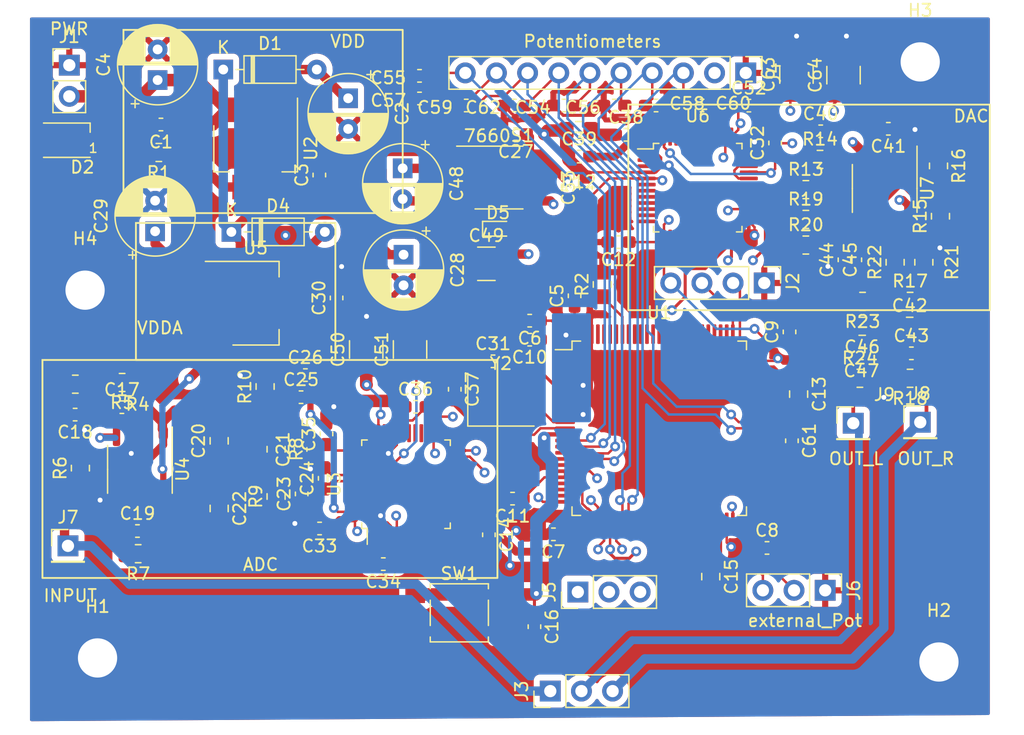
<source format=kicad_pcb>
(kicad_pcb (version 20221018) (generator pcbnew)
  (layers (0 "F.Cu" signal) (1 "In1.Cu" signal) (2 "In2.Cu" signal) (31 "B.Cu" signal) (34 "B.Paste" user) (35 "F.Paste" user) (36 "B.SilkS" user "B.Silkscreen") (37 "F.SilkS" user "F.Silkscreen") (38 "B.Mask" user) (39 "F.Mask" user) (44 "Edge.Cuts" user))
  (net 0 "")
  (net 1 "/+9V")
  (net 2 "GND")
  (net 3 "VDD")
  (net 4 "/NRST")
  (net 5 "Net-(D2-A)")
  (net 6 "Net-(U1-BOOT0)")
  (net 15 "Net-(U1-PH0)")
  (net 16 "Net-(U1-PH1)")
  (net 17 "Net-(7660S1-CAP+)")
  (net 18 "Net-(7660S1-CAP-)")
  (net 19 "/-9V")
  (net 20 "Net-(U3-FILTR)")
  (net 24 "Net-(U4A--)")
  (net 25 "Net-(C17-Pad2)")
  (net 26 "GNDA")
  (net 27 "/audio_IN")
  (net 28 "Net-(U4B--)")
  (net 29 "Net-(U3-CM)")
  (net 30 "Net-(U6-CM)")
  (net 45 "Net-(C15-Pad1)")
  (net 58 "Net-(U6-FILTR)")
  (net 59 "/pot5")
  (net 60 "/pot2")
  (net 67 "/swdio")
  (net 68 "Net-(C13-Pad1)")
  (net 69 "/swclk")
  (net 91 "Net-(C19-Pad2)")
  (net 94 "Net-(C20-Pad1)")
  (net 95 "/ADC1P")
  (net 96 "Net-(C22-Pad1)")
  (net 97 "/ADC1N")
  (net 98 "Net-(C25-Pad1)")
  (net 99 "/AD1974_LF")
  (net 101 "VDDA")
  (net 102 "/AD1934_LF")
  (net 105 "Net-(C38-Pad1)")
  (net 112 "Net-(C40-Pad1)")
  (net 113 "Net-(C40-Pad2)")
  (net 114 "Net-(U7A-+)")
  (net 115 "Net-(C42-Pad1)")
  (net 116 "/audio_OUT_R")
  (net 117 "Net-(U7B-+)")
  (net 118 "Net-(C45-Pad1)")
  (net 119 "Net-(C45-Pad2)")
  (net 120 "Net-(C46-Pad1)")
  (net 121 "/audio_OUT_L{slash}MONO")
  (net 122 "/CLK")
  (net 123 "/pot6")
  (net 124 "/MISO")
  (net 125 "/MOSI")
  (net 126 "/pot3")
  (net 129 "/DAC_OUT_RIGHT")
  (net 130 "Net-(U7A--)")
  (net 135 "/DAC_OUT_LEFT")
  (net 136 "Net-(U7B--)")
  (net 137 "/DAC_EN")
  (net 138 "/ADC_EN")
  (net 157 "/pot7")
  (net 158 "/pot8")
  (net 159 "/pot_external")
  (net 160 "/pot1")
  (net 161 "/pot4")
  (footprint "Capacitor_THT:CP_Radial_D6.3mm_P2.50mm" (layer "F.Cu") (at 160.06 58.084498 90)
    (fp_text reference "C29")
    (fp_text value "1uF")
  )
  (footprint "Capacitor_SMD:C_0603_1608Metric_Pad1.08x0.95mm_HandSolder" (layer "F.Cu") (at 181.61 45.405 180)
    (fp_text reference "C55")
    (fp_text value "100nF")
  )
  (footprint "Capacitor_SMD:C_0805_2012Metric_Pad1.18x1.45mm_HandSolder" (layer "F.Cu") (at 165.28 75.174749 90)
    (fp_text reference "C20")
    (fp_text value "4.7uF")
  )
  (footprint "Capacitor_SMD:C_0603_1608Metric_Pad1.08x0.95mm_HandSolder" (layer "F.Cu") (at 178.66 85.23 180)
    (fp_text reference "C34")
    (fp_text value "100nF")
  )
  (footprint "Connector_PinHeader_2.54mm:PinHeader_1x02_P2.54mm_Vertical" (layer "F.Cu") (at 153.065 44.535)
    (fp_text reference "J1")
    (fp_text value "Power conn")
  )
  (footprint "Capacitor_SMD:C_0603_1608Metric_Pad1.08x0.95mm_HandSolder" (layer "F.Cu") (at 219.824 49.723 180)
    (fp_text reference "C41")
    (fp_text value "120p")
  )
  (footprint "MountingHole:MountingHole_3.2mm_M3" (layer "F.Cu") (at 223.947 93.213)
    (fp_text reference "H2")
    (fp_text value "MountingHole_Pad")
  )
  (footprint "Resistor_SMD:R_0805_2012Metric_Pad1.20x1.40mm_HandSolder" (layer "F.Cu") (at 196.51 62.42 90)
    (fp_text reference "R2")
    (fp_text value "10k")
  )
  (footprint "Capacitor_SMD:C_0603_1608Metric_Pad1.08x0.95mm_HandSolder" (layer "F.Cu") (at 185.42 47.825 180)
    (fp_text reference "C59")
    (fp_text value "100nF")
  )
  (footprint "Capacitor_SMD:C_0603_1608Metric_Pad1.08x0.95mm_HandSolder" (layer "F.Cu") (at 171.92 75.875 90)
    (fp_text reference "C21")
    (fp_text value "1nF")
  )
  (footprint "Package_QFP:LQFP-48_7x7mm_P0.5mm" (layer "F.Cu") (at 180.51 78.715 90)
    (fp_text reference "U3")
    (fp_text value "AD1974")
  )
  (footprint "Capacitor_SMD:C_0603_1608Metric_Pad1.08x0.95mm_HandSolder" (layer "F.Cu") (at 181.61 47.25 180)
    (fp_text reference "C57")
    (fp_text value "100nF")
  )
  (footprint "Capacitor_SMD:C_0805_2012Metric_Pad1.18x1.45mm_HandSolder" (layer "F.Cu") (at 212.511 71.364749 -90)
    (fp_text reference "C13")
    (fp_text value "2.2uF")
  )
  (footprint "Package_QFP:LQFP-48_7x7mm_P0.5mm" (layer "F.Cu") (at 204.285 54.525)
    (fp_text reference "U6")
    (fp_text value "AD1934")
  )
  (footprint "Resistor_SMD:R_0805_2012Metric_Pad1.20x1.40mm_HandSolder" (layer "F.Cu") (at 157.37 70.415 180)
    (fp_text reference "R5")
    (fp_text value "5.76k")
  )
  (footprint "Capacitor_SMD:C_0603_1608Metric_Pad1.08x0.95mm_HandSolder" (layer "F.Cu") (at 181.29 72.4)
    (fp_text reference "C36")
    (fp_text value "100nF")
  )
  (footprint "Package_TO_SOT_SMD:SOT-223-3_TabPin2" (layer "F.Cu") (at 168.255 51.325 -90)
    (fp_text reference "U2")
    (fp_text value "AMS1117-3.3")
  )
  (footprint "Connector_PinHeader_2.54mm:PinHeader_1x01_P2.54mm_Vertical" (layer "F.Cu") (at 152.955 83.74)
    (fp_text reference "J7")
    (fp_text value "GuitarIN")
  )
  (footprint "LED_SMD:LED_SK6805_PLCC4_2.4x2.7mm_P1.3mm" (layer "F.Cu") (at 152.865 50.655 180)
    (fp_text reference "D2")
    (fp_text value "LED")
  )
  (footprint "Resistor_SMD:R_0805_2012Metric_Pad1.20x1.40mm_HandSolder" (layer "F.Cu") (at 169.92 79.715 90)
    (fp_text reference "R9")
    (fp_text value "237R")
  )
  (footprint "Capacitor_SMD:C_0603_1608Metric_Pad1.08x0.95mm_HandSolder" (layer "F.Cu") (at 184.483 70.969 -90)
    (fp_text reference "C37")
    (fp_text value "7pF")
  )
  (footprint "Capacitor_SMD:C_0603_1608Metric_Pad1.08x0.95mm_HandSolder" (layer "F.Cu") (at 173.88 78.235 90)
    (fp_text reference "C24")
    (fp_text value "100pF")
  )
  (footprint "Resistor_SMD:R_0805_2012Metric_Pad1.20x1.40mm_HandSolder" (layer "F.Cu") (at 221.598 63.799)
    (fp_text reference "R17")
    (fp_text value "604")
  )
  (footprint "Capacitor_SMD:C_0603_1608Metric_Pad1.08x0.95mm_HandSolder" (layer "F.Cu") (at 194.625 51.99)
    (fp_text reference "C39")
    (fp_text value "390pF")
  )
  (footprint "Diode_THT:D_DO-35_SOD27_P7.62mm_Horizontal" (layer "F.Cu") (at 166.275 58.135)
    (fp_text reference "D4")
    (fp_text value "1N4148")
  )
  (footprint "Connector_PinHeader_2.54mm:PinHeader_1x01_P2.54mm_Vertical" (layer "F.Cu") (at 216.963 73.736)
    (fp_text reference "J9")
    (fp_text value "GuitarOUT_L")
  )
  (footprint "Capacitor_SMD:C_0603_1608Metric_Pad1.08x0.95mm_HandSolder" (layer "F.Cu") (at 221.702 68.038)
    (fp_text reference "C43")
    (fp_text value "2.2nF")
  )
  (footprint "Diode_THT:D_DO-35_SOD27_P7.62mm_Horizontal" (layer "F.Cu") (at 165.615 44.89)
    (fp_text reference "D1")
    (fp_text value "1N4148")
  )
  (footprint "Resistor_SMD:R_0805_2012Metric_Pad1.20x1.40mm_HandSolder" (layer "F.Cu") (at 217.505 70.073)
    (fp_text reference "R24")
    (fp_text value "49.9k")
  )
  (footprint "Capacitor_SMD:C_0603_1608Metric_Pad1.08x0.95mm_HandSolder" (layer "F.Cu") (at 171.955 71.615)
    (fp_text reference "C25")
    (fp_text value "120p")
  )
  (footprint "Resistor_SMD:R_0805_2012Metric_Pad1.20x1.40mm_HandSolder" (layer "F.Cu") (at 213.1 54.685)
    (fp_text reference "R13")
    (fp_text value "3.32k")
  )
  (footprint "Capacitor_SMD:C_0603_1608Metric_Pad1.08x0.95mm_HandSolder" (layer "F.Cu") (at 197.485 47.825 180)
    (fp_text reference "C56")
    (fp_text value "100nF")
  )
  (footprint "Capacitor_THT:CP_Radial_D6.3mm_P2.50mm" (layer "F.Cu") (at 180.31 59.989498 -90)
    (fp_text reference "C28")
    (fp_text value "100uF")
  )
  (footprint "Capacitor_SMD:C_0603_1608Metric_Pad1.08x0.95mm_HandSolder" (layer "F.Cu") (at 214.31 49.928)
    (fp_text reference "C40")
    (fp_text value "120p")
  )
  (footprint "Resistor_SMD:R_0805_2012Metric_Pad1.20x1.40mm_HandSolder" (layer "F.Cu") (at 213.1 59.205)
    (fp_text reference "R20")
    (fp_text value "3.32k")
  )
  (footprint "Capacitor_SMD:C_0603_1608Metric_Pad1.08x0.95mm_HandSolder" (layer "F.Cu") (at 173.465 82.325 180)
    (fp_text reference "C33")
    (fp_text value "100nF")
  )
  (footprint "Capacitor_SMD:C_0603_1608Metric_Pad1.08x0.95mm_HandSolder" (layer "F.Cu") (at 189.455 50.155 180)
    (fp_text reference "C27")
    (fp_text value "100nF ")
  )
  (footprint "Capacitor_THT:CP_Radial_D6.3mm_P2.50mm" (layer "F.Cu") (at 175.795 47.234749 -90)
    (fp_text reference "C2")
    (fp_text value "1uF")
  )
  (footprint "Resistor_SMD:R_0805_2012Metric_Pad1.20x1.40mm_HandSolder" (layer "F.Cu") (at 153.97 77.4 90)
    (fp_text reference "R6")
    (fp_text value "5.76k")
  )
  (footprint "Resistor_SMD:R_0805_2012Metric_Pad1.20x1.40mm_HandSolder" (layer "F.Cu") (at 160.36 51.655 180)
    (fp_text reference "R1")
    (fp_text value "330R")
  )
  (footprint "MountingHole:MountingHole_3.2mm_M3" (layer "F.Cu") (at 155.367 92.883)
    (fp_text reference "H1")
    (fp_text value "MountingHole_Pad")
  )
  (footprint "Package_SO:SOIC-8_3.9x4.9mm_P1.27mm" (layer "F.Cu") (at 188.09 53.7)
    (fp_text reference "7660S1")
    (fp_text value "~")
  )
  (footprint "Connector_PinHeader_2.54mm:PinHeader_1x01_P2.54mm_Vertical" (layer "F.Cu") (at 222.424 73.658)
    (fp_text reference "J8")
    (fp_text value "GuitarOUT_R")
  )
  (footprint "Capacitor_SMD:C_0603_1608Metric_Pad1.08x0.95mm_HandSolder" (layer "F.Cu") (at 195.175 54.52 90)
    (fp_text reference "C53")
    (fp_text value "100nF")
  )
  (footprint "Capacitor_SMD:C_0603_1608Metric_Pad1.08x0.95mm_HandSolder" (layer "F.Cu") (at 200.89 47.825)
    (fp_text reference "C58")
    (fp_text value "100nF")
  )
  (footprint "Connector_PinHeader_2.54mm:PinHeader_1x03_P2.54mm_Vertical" (layer "F.Cu") (at 214.677 87.368 -90)
    (fp_text reference "J6")
    (fp_text value "Conn_01x03_pot_ext")
  )
  (footprint "Capacitor_SMD:C_0603_1608Metric_Pad1.08x0.95mm_HandSolder" (layer "F.Cu") (at 157.35 72.43)
    (fp_text reference "C17")
    (fp_text value "120p")
  )
  (footprint "Resistor_SMD:R_0805_2012Metric_Pad1.20x1.40mm_HandSolder" (layer "F.Cu") (at 220.377 60.61 90)
    (fp_text reference "R22")
    (fp_text value "4.99k")
  )
  (footprint "Resistor_SMD:R_0805_2012Metric_Pad1.20x1.40mm_HandSolder" (layer "F.Cu") (at 222.717 60.61 -90)
    (fp_text reference "R21")
    (fp_text value "4.99k")
  )
  (footprint "Capacitor_SMD:C_1210_3225Metric_Pad1.33x2.70mm_HandSolder" (layer "F.Cu") (at 212.334749 45.299 90)
    (fp_text reference "C63")
    (fp_text value "100uF")
  )
  (footprint "Capacitor_SMD:C_0603_1608Metric_Pad1.08x0.95mm_HandSolder" (layer "F.Cu") (at 172.31 69.81)
    (fp_text reference "C26")
    (fp_text value "120p")
  )
  (footprint "Capacitor_SMD:C_1210_3225Metric_Pad1.33x2.70mm_HandSolder" (layer "F.Cu") (at 177.265 67.721 90)
    (fp_text reference "C50")
    (fp_text value "10uF")
  )
  (footprint "Capacitor_THT:CP_Radial_D6.3mm_P2.50mm" (layer "F.Cu") (at 160.264749 45.75 90)
    (fp_text reference "C4")
    (fp_text value "100uF")
  )
  (footprint "Capacitor_SMD:C_0603_1608Metric_Pad1.08x0.95mm_HandSolder" (layer "F.Cu") (at 211.963 75.171 -90)
    (fp_text reference "C61")
    (fp_text value "100nF")
  )
  (footprint "Capacitor_SMD:C_0603_1608Metric_Pad1.08x0.95mm_HandSolder" (layer "F.Cu") (at 187.265 82.84 -90)
    (fp_text reference "C14")
    (fp_text value "100nF")
  )
  (footprint "Capacitor_SMD:C_0603_1608Metric_Pad1.08x0.95mm_HandSolder" (layer "F.Cu") (at 218.152 60.41 90)
    (fp_text reference "C45")
    (fp_text value "120p")
  )
  (footprint "Capacitor_SMD:C_0805_2012Metric_Pad1.18x1.45mm_HandSolder" (layer "F.Cu") (at 217.693 65.831498 180)
    (fp_text reference "C46")
    (fp_text value "4.7uF")
  )
  (footprint "Resistor_SMD:R_0805_2012Metric_Pad1.20x1.40mm_HandSolder" (layer "F.Cu") (at 169.025 70.745 90)
    (fp_text reference "R10")
    (fp_text value "5.76k")
  )
  (footprint "Capacitor_THT:CP_Radial_D6.3mm_P2.50mm" (layer "F.Cu") (at 180.24 52.949749 -90)
    (fp_text reference "C48")
    (fp_text value "10uF")
  )
  (footprint "Capacitor_SMD:C_0603_1608Metric_Pad1.08x0.95mm_HandSolder" (layer "F.Cu") (at 208.455 47.835)
    (fp_text reference "C52")
    (fp_text value "100nF")
  )
  (footprint "Button_Switch_SMD:SW_SPST_TL3305A" (layer "F.Cu") (at 184.855 89.205)
    (fp_text reference "SW1")
    (fp_text value "SW_SPST")
  )
  (footprint "Connector_PinHeader_2.54mm:PinHeader_1x03_P2.54mm_Vertical" (layer "F.Cu") (at 194.515 87.505 90)
    (fp_text reference "J5")
    (fp_text value "SPI")
  )
  (footprint "Capacitor_SMD:C_0603_1608Metric_Pad1.08x0.95mm_HandSolder" (layer "F.Cu") (at 172.005 79.505 90)
    (fp_text reference "C23")
    (fp_text value "1nF")
  )
  (footprint "Capacitor_SMD:C_0603_1608Metric_Pad1.08x0.95mm_HandSolder" (layer "F.Cu") (at 189.34 47.825 180)
    (fp_text reference "C62")
    (fp_text value "100nF")
  )
  (footprint "Resistor_SMD:R_0805_2012Metric_Pad1.20x1.40mm_HandSolder" (layer "F.Cu") (at 194.57 49.865 180)
    (fp_text reference "R12")
    (fp_text value "562")
  )
  (footprint "Capacitor_SMD:C_0603_1608Metric_Pad1.08x0.95mm_HandSolder" (layer "F.Cu") (at 192.525 82.8 180)
    (fp_text reference "C7")
    (fp_text value "100nF")
  )
  (footprint "Diode_SMD:D_SOD-523" (layer "F.Cu") (at 188.01 57.875)
    (fp_text reference "D5")
    (fp_text value "1N914WT")
  )
  (footprint "Capacitor_SMD:C_0603_1608Metric_Pad1.08x0.95mm_HandSolder" (layer "F.Cu") (at 204.64 47.825)
    (fp_text reference "C60")
    (fp_text value "100nF")
  )
  (footprint "Connector_PinHeader_2.54mm:PinHeader_1x10_P2.54mm_Vertical" (layer "F.Cu") (at 208.2 45.165 -90)
    (fp_text reference "J4")
    (fp_text value "Conn_01x10_pots_internal")
  )
  (footprint "Package_SO:SSOP-8_3.9x5.05mm_P1.27mm" (layer "F.Cu") (at 158.82 77.5 -90)
    (fp_text reference "U4")
    (fp_text value "OP275")
  )
  (footprint "Connector_PinHeader_2.54mm:PinHeader_1x03_P2.54mm_Vertical" (layer "F.Cu") (at 192.269 95.587 90)
    (fp_text reference "J3")
    (fp_text value "Audio_sig")
  )
  (footprint "Resistor_SMD:R_0805_2012Metric_Pad1.20x1.40mm_HandSolder" (layer "F.Cu") (at 169.92 75.86 -90)
    (fp_text reference "R8")
    (fp_text value "237R")
  )
  (footprint "Capacitor_SMD:C_0603_1608Metric_Pad1.08x0.95mm_HandSolder" (layer "F.Cu") (at 190.591 65.375 180)
    (fp_text reference "C6")
    (fp_text value "100nF")
  )
  (footprint "MountingHole:MountingHole_3.2mm_M3" (layer "F.Cu") (at 222.423 44.267)
    (fp_text reference "H3")
    (fp_text value "MountingHole_Pad")
  )
  (footprint "MountingHole:MountingHole_3.2mm_M3" (layer "F.Cu") (at 154.351 62.885)
    (fp_text reference "H4")
    (fp_text value "MountingHole_Pad")
  )
  (footprint "Capacitor_SMD:C_0603_1608Metric_Pad1.08x0.95mm_HandSolder" (layer "F.Cu") (at 190.978 90.333 -90)
    (fp_text reference "C16")
    (fp_text value "100nF ")
  )
  (footprint "Capacitor_SMD:C_0603_1608Metric_Pad1.08x0.95mm_HandSolder" (layer "F.Cu") (at 216.247 60.41 90)
    (fp_text reference "C44")
    (fp_text value "120p")
  )
  (footprint "Capacitor_SMD:C_1210_3225Metric_Pad1.33x2.70mm_HandSolder" (layer "F.Cu") (at 216.171 45.348251 90)
    (fp_text reference "C64")
    (fp_text value "10uF")
  )
  (footprint "Capacitor_SMD:C_0603_1608Metric_Pad1.08x0.95mm_HandSolder" (layer "F.Cu") (at 210.595 50.88 90)
    (fp_text reference "C32")
    (fp_text value "100nF")
  )
  (footprint "Resistor_SMD:R_0805_2012Metric_Pad1.20x1.40mm_HandSolder" (layer "F.Cu") (at 158.68 84.38 180)
    (fp_text reference "R7")
    (fp_text value "5.76k")
  )
  (footprint "Resistor_SMD:R_0805_2012Metric_Pad1.20x1.40mm_HandSolder" (layer "F.Cu") (at 214.255 52.22)
    (fp_text reference "R14")
    (fp_text value "3.32k")
  )
  (footprint "Capacitor_SMD:C_0805_2012Metric_Pad1.18x1.45mm_HandSolder" (layer "F.Cu") (at 221.564 65.831498)
    (fp_text reference "C42")
    (fp_text value "4.7uF")
  )
  (footprint "Capacitor_SMD:C_0603_1608Metric_Pad1.08x0.95mm_HandSolder" (layer "F.Cu") (at 211.769 66.29 90)
    (fp_text reference "C9")
    (fp_text value "100nF")
  )
  (footprint "Package_QFP:LQFP-100_14x14mm_P0.5mm" (layer "F.Cu") (at 201.15 74.15)
    (fp_text reference "U1")
    (fp_text value "STM32H730VBTx")
  )
  (footprint "Capacitor_SMD:C_0603_1608Metric_Pad1.08x0.95mm_HandSolder" (layer "F.Cu") (at 190.591 66.925 180)
    (fp_text reference "C10")
    (fp_text value "100nF")
  )
  (footprint "Capacitor_SMD:C_0603_1608Metric_Pad1.08x0.95mm_HandSolder" (layer "F.Cu") (at 153.54 73.035 180)
    (fp_text reference "C18")
    (fp_text value "100p")
  )
  (footprint "Connector_PinHeader_2.54mm:PinHeader_1x04_P2.54mm_Vertical" (layer "F.Cu") (at 209.71 62.3 -90)
    (fp_text reference "J2")
    (fp_text value "STlink")
  )
  (footprint "Capacitor_SMD:C_1210_3225Metric_Pad1.33x2.70mm_HandSolder" (layer "F.Cu") (at 180.838749 67.721 90)
    (fp_text reference "C51")
    (fp_text value "100uF")
  )
  (footprint "Capacitor_SMD:C_0603_1608Metric_Pad1.08x0.95mm_HandSolder" (layer "F.Cu") (at 187.603 68.689)
    (fp_text reference "C31")
    (fp_text value "7pF")
  )
  (footprint "Crystal:Crystal_SMD_SeikoEpson_TSX3225-4Pin_3.2x2.5mm_HandSoldering" (layer "F.Cu") (at 188.245 71.821)
    (fp_text reference "Y2")
    (fp_text value "X1E0000210132")
  )
  (footprint "Capacitor_SMD:C_0603_1608Metric_Pad1.08x0.95mm_HandSolder" (layer "F.Cu") (at 197.83 58.965 180)
    (fp_text reference "C12")
    (fp_text value "100nF")
  )
  (footprint "Resistor_SMD:R_0805_2012Metric_Pad1.20x1.40mm_HandSolder" (layer "F.Cu") (at 217.723 63.799 180)
    (fp_text reference "R23")
    (fp_text value "604")
  )
  (footprint "Capacitor_SMD:C_0603_1608Metric_Pad1.08x0.95mm_HandSolder" (layer "F.Cu") (at 198.44 50.215)
    (fp_text reference "C38")
    (fp_text value "5.6nF")
  )
  (footprint "Capacitor_SMD:C_0603_1608Metric_Pad1.08x0.95mm_HandSolder" (layer "F.Cu") (at 189.194 79.89 180)
    (fp_text reference "C11")
    (fp_text value "100nF")
  )
  (footprint "Capacitor_SMD:C_0603_1608Metric_Pad1.08x0.95mm_HandSolder" (layer "F.Cu") (at 174.03 74.615 90)
    (fp_text reference "C35")
    (fp_text value "100nF")
  )
  (footprint "Capacitor_SMD:C_0805_2012Metric_Pad1.18x1.45mm_HandSolder" (layer "F.Cu") (at 205.349749 86.25 -90)
    (fp_text reference "C15")
    (fp_text value "2.2uF")
  )
  (footprint "Capacitor_SMD:C_0603_1608Metric_Pad1.08x0.95mm_HandSolder" (layer "F.Cu") (at 160.535 49.375 180)
    (fp_text reference "C1")
    (fp_text value "100nF ")
  )
  (footprint "Capacitor_SMD:C_0603_1608Metric_Pad1.08x0.95mm_HandSolder" (layer "F.Cu") (at 217.628 68.038 180)
    (fp_text reference "C47")
    (fp_text value "2.2nF")
  )
  (footprint "Capacitor_SMD:C_0603_1608Metric_Pad1.08x0.95mm_HandSolder" (layer "F.Cu") (at 194.25 63.345 90)
    (fp_text reference "C5")
    (fp_text value "100nF")
  )
  (footprint "Capacitor_SMD:C_0603_1608Metric_Pad1.08x0.95mm_HandSolder" (layer "F.Cu") (at 209.935 83.91)
    (fp_text reference "C8")
    (fp_text value "100nF")
  )
  (footprint "Capacitor_SMD:C_1210_3225Metric_Pad1.33x2.70mm_HandSolder" (layer "F.Cu") (at 187.061749 60.736)
    (fp_text reference "C49")
    (fp_text value "10uF")
  )
  (footprint "Package_TO_SOT_SMD:SOT-223-3_TabPin2" (layer "F.Cu") (at 168.255 63.95)
    (fp_text reference "U5")
    (fp_text value "AMS1117-3.3")
  )
  (footprint "Capacitor_SMD:C_0603_1608Metric_Pad1.08x0.95mm_HandSolder" (layer "F.Cu") (at 174.85 63.52 90)
    (fp_text reference "C30")
    (fp_text value "100nF")
  )
  (footprint "Resistor_SMD:R_0805_2012Metric_Pad1.20x1.40mm_HandSolder" (layer "F.Cu") (at 213.1 57.115)
    (fp_text reference "R19")
    (fp_text value "3.32k")
  )
  (footprint "Capacitor_SMD:C_0603_1608Metric_Pad1.08x0.95mm_HandSolder" (layer "F.Cu") (at 173.445 53.495 90)
    (fp_text reference "C3")
    (fp_text value "100nF")
  )
  (footprint "Resistor_SMD:R_0805_2012Metric_Pad1.20x1.40mm_HandSolder" (layer "F.Cu") (at 223.913 52.75 -90)
    (fp_text reference "R16")
    (fp_text value "4.99k")
  )
  (footprint "Capacitor_SMD:C_0805_2012Metric_Pad1.18x1.45mm_HandSolder" (layer "F.Cu") (at 165.28 80.690498 -90)
    (fp_text reference "C22")
    (fp_text value "4.7uF")
  )
  (footprint "Package_SO:SSOP-8_3.9x5.05mm_P1.27mm" (layer "F.Cu") (at 219.526 54.59 -90)
    (fp_text reference "U7")
    (fp_text value "OP275")
  )
  (footprint "Capacitor_SMD:C_0603_1608Metric_Pad1.08x0.95mm_HandSolder" (layer "F.Cu") (at 193.39 47.825 180)
    (fp_text reference "C54")
    (fp_text value "100nF")
  )
  (footprint "Resistor_SMD:R_0805_2012Metric_Pad1.20x1.40mm_HandSolder" (layer "F.Cu") (at 153.555 70.555 180)
    (fp_text reference "R4")
    (fp_text value "5.76k")
  )
  (footprint "Resistor_SMD:R_0805_2012Metric_Pad1.20x1.40mm_HandSolder" (layer "F.Cu") (at 221.594 70.073 180)
    (fp_text reference "R18")
    (fp_text value "49.9k")
  )
  (footprint "Resistor_SMD:R_0805_2012Metric_Pad1.20x1.40mm_HandSolder" (layer "F.Cu") (at 224.073 56.855 90)
    (fp_text reference "R15")
    (fp_text value "4.99k")
  )
  (footprint "Capacitor_SMD:C_0603_1608Metric_Pad1.08x0.95mm_HandSolder" (layer "F.Cu") (at 158.62 82.53)
    (fp_text reference "C19")
    (fp_text value "120p")
  )
  (gr_rect (start 157.48 41.656) (end 180.24 56.600749) (stroke (width 0.15)) (fill none) (layer "F.SilkS"))
  (gr_rect (start 158.496 57.404) (end 174.752 68.58) (stroke (width 0.15)) (fill none) (layer "F.SilkS"))
  (gr_rect (start 198.628 47.752) (end 228.092 64.516) (stroke (width 0.15)) (fill none) (layer "F.SilkS"))
  (gr_rect (start 150.876 68.58) (end 187.96 86.36) (stroke (width 0.15)) (fill none) (layer "F.SilkS"))
  (gr_text "DAC\n" (at 225.044 49.276) (layer "F.SilkS") (effects (font (size 1 1)) (justify left bottom)))
  (gr_text "OUT_L" (at 214.884 77.216) (layer "F.SilkS") (effects (font (size 1 1)) (justify left bottom)))
  (gr_text "PWR" (at 151.384 42.164) (layer "F.SilkS") (effects (font (size 1 1)) (justify left bottom)))
  (gr_text "ADC\n" (at 167.132 85.852) (layer "F.SilkS") (effects (font (size 1 1)) (justify left bottom)))
  (gr_text "Potentiometers" (at 189.992 43.18) (layer "F.SilkS") (effects (font (size 1 1)) (justify left bottom)))
  (gr_text "INPUT" (at 150.876 88.392) (layer "F.SilkS") (effects (font (size 1 1)) (justify left bottom)))
  (gr_text "VDDA" (at 158.496 66.548) (layer "F.SilkS") (effects (font (size 1 1)) (justify left bottom)))
  (gr_text "external_Pot\n" (at 208.28 90.424) (layer "F.SilkS") (effects (font (size 1 1)) (justify left bottom)))
  (gr_text "OUT_R" (at 220.472 77.216) (layer "F.SilkS") (effects (font (size 1 1)) (justify left bottom)))
  (gr_text "VDD\n" (at 174.244 43.18) (layer "F.SilkS") (effects (font (size 1 1)) (justify left bottom)))
  (segment (start 185.615 51.795) (end 190.565 51.795) (width 0.762) (layer "F.Cu") (net 1))
  (segment (start 164.755 49.375) (end 165.955 48.175) (width 1.016) (layer "F.Cu") (net 1))
  (segment (start 160.725 80.175) (end 160.725 77.54) (width 0.508) (layer "F.Cu") (net 1))
  (segment (start 221.431 55.95) (end 221.361 55.88) (width 0.635) (layer "F.Cu") (net 1))
  (segment (start 167.656 56.754) (end 175.895 56.754) (width 0.762) (layer "F.Cu") (net 1))
  (segment (start 167.005 65.405) (end 166.16 66.25) (width 0.762) (layer "F.Cu") (net 1))
  (segment (start 158.939749 47.075) (end 160.264749 45.75) (width 1.016) (layer "F.Cu") (net 1))
  (segment (start 193.675 53.975) (end 191.495 51.795) (width 0.762) (layer "F.Cu") (net 1))
  (segment (start 185.388749 51.568749) (end 185.615 51.795) (width 0.762) (layer "F.Cu") (net 1))
  (segment (start 190.565 50.4025) (end 190.3175 50.155) (width 0.762) (layer "F.Cu") (net 1))
  (segment (start 163.53 45.75) (end 165.955 48.175) (width 1.016) (layer "F.Cu") (net 1))
  (segment (start 175.895 56.754) (end 175.895 54.532749) (width 0.762) (layer "F.Cu") (net 1))
  (segment (start 160.264749 45.75) (end 163.53 45.75) (width 1.016) (layer "F.Cu") (net 1))
  (segment (start 160.725 77.54) (end 160.655 77.47) (width 0.508) (layer "F.Cu") (net 1))
  (segment (start 175.895 54.532749) (end 178.859 51.568749) (width 0.762) (layer "F.Cu") (net 1))
  (segment (start 190.565 51.795) (end 190.565 50.4025) (width 0.762) (layer "F.Cu") (net 1))
  (segment (start 165.105 66.25) (end 165.105 67.850205) (width 0.762) (layer "F.Cu") (net 1))
  (segment (start 221.008 55.527) (end 220.726 55.527) (width 0.635) (layer "F.Cu") (net 1))
  (segment (start 221.361 55.88) (end 221.008 55.527) (width 0.635) (layer "F.Cu") (net 1))
  (segment (start 153.065 47.075) (end 158.939749 47.075) (width 1.016) (layer "F.Cu") (net 1))
  (segment (start 166.275 58.135) (end 167.656 56.754) (width 0.762) (layer "F.Cu") (net 1))
  (segment (start 180.31 59.989498) (end 179.130498 59.989498) (width 0.762) (layer "F.Cu") (net 1))
  (segment (start 221.431 57.265) (end 221.431 55.95) (width 0.635) (layer "F.Cu") (net 1))
  (segment (start 166.275 58.135) (end 167.005 58.865) (width 0.762) (layer "F.Cu") (net 1))
  (segment (start 161.3975 49.375) (end 164.755 49.375) (width 1.016) (layer "F.Cu") (net 1))
  (segment (start 179.130498 59.989498) (end 175.895 56.754) (width 0.762) (layer "F.Cu") (net 1))
  (segment (start 166.16 66.25) (end 165.105 66.25) (width 0.762) (layer "F.Cu") (net 1))
  (segment (start 167.005 58.865) (end 167.005 65.405) (width 0.762) (layer "F.Cu") (net 1))
  (segment (start 165.615 44.89) (end 165.615 47.835) (width 0.762) (layer "F.Cu") (net 1))
  (segment (start 165.615 47.835) (end 165.955 48.175) (width 0.762) (layer "F.Cu") (net 1))
  (segment (start 178.859 51.568749) (end 185.388749 51.568749) (width 0.762) (layer "F.Cu") (net 1))
  (segment (start 191.495 51.795) (end 190.565 51.795) (width 0.762) (layer "F.Cu") (net 1))
  (segment (start 165.105 66.25) (end 164.89 66.25) (width 0.762) (layer "F.Cu") (net 1))
  (segment (start 165.105 67.850205) (end 162.832602 70.122603) (width 0.762) (layer "F.Cu") (net 1))
  (via (at 162.832602 70.122603) (size 0.8) (drill 0.4) (layers "F.Cu" "B.Cu") (net 1))
  (via (at 193.68591 54.0395) (size 0.8) (drill 0.4) (layers "F.Cu" "B.Cu") (net 1))
  (via (at 160.655 77.47) (size 0.8) (drill 0.4) (layers "F.Cu" "B.Cu") (net 1))
  (via (at 220.726 55.527) (size 0.8) (drill 0.4) (layers "F.Cu" "B.Cu") (net 1))
  (segment (start 160.655 72.300205) (end 160.655 77.47) (width 0.508) (layer "B.Cu") (net 1))
  (segment (start 165.615 44.89) (end 165.615 57.475) (width 0.762) (layer "B.Cu") (net 1))
  (segment (start 165.615 57.475) (end 166.275 58.135) (width 0.762) (layer "B.Cu") (net 1))
  (segment (start 162.832602 70.122603) (end 162.832602 70.212398) (width 0.508) (layer "B.Cu") (net 1))
  (segment (start 162.832602 70.122603) (end 160.655 72.300205) (width 0.508) (layer "B.Cu") (net 1))
  (segment (start 192.5275 47.825) (end 191.7275 48.625) (width 0.25) (layer "F.Cu") (net 2))
  (segment (start 210.6205 68.65) (end 210.82 68.4505) (width 0.2) (layer "F.Cu") (net 2))
  (segment (start 208.825 68.65) (end 210.6205 68.65) (width 0.2) (layer "F.Cu") (net 2))
  (segment (start 186.7405 68.689) (end 186.7405 70.679) (width 1.016) (layer "F.Cu") (net 2))
  (segment (start 208.915 58.42) (end 208.915 57.7425) (width 0.2) (layer "F.Cu") (net 2))
  (segment (start 189.695 72.9085) (end 189.5075 72.9085) (width 0.2) (layer "F.Cu") (net 2))
  (segment (start 192.6375 81.825) (end 191.6625 82.8) (width 0.2) (layer "F.Cu") (net 2))
  (segment (start 193.3275 48.625) (end 195.8225 48.625) (width 0.25) (layer "F.Cu") (net 2))
  (segment (start 195.65 66.475) (end 195.65 64.137817) (width 0.2) (layer "F.Cu") (net 2))
  (segment (start 189.2775 48.625) (end 188.4775 47.825) (width 0.25) (layer "F.Cu") (net 2))
  (segment (start 191.7275 48.625) (end 189.2775 48.625) (width 0.25) (layer "F.Cu") (net 2))
  (segment (start 201.7525 47.825) (end 200.9525 48.625) (width 0.25) (layer "F.Cu") (net 2))
  (segment (start 184.483 70.1065) (end 186.168 70.1065) (width 1.016) (layer "F.Cu") (net 2))
  (segment (start 189.5075 72.9085) (end 187.3325 70.7335) (width 0.2) (layer "F.Cu") (net 2))
  (segment (start 195.65 64.137817) (end 194.25 62.737817) (width 0.2) (layer "F.Cu") (net 2))
  (segment (start 195.8225 48.625) (end 196.6225 47.825) (width 0.25) (layer "F.Cu") (net 2))
  (segment (start 194.25 62.737817) (end 194.25 62.4825) (width 0.2) (layer "F.Cu") (net 2))
  (segment (start 200.9525 48.625) (end 197.4225 48.625) (width 0.25) (layer "F.Cu") (net 2))
  (segment (start 192.5275 47.825) (end 193.3275 48.625) (width 0.25) (layer "F.Cu") (net 2))
  (segment (start 195.15 81.825) (end 192.6375 81.825) (width 0.2) (layer "F.Cu") (net 2))
  (segment (start 206.65 83.46) (end 207.01 83.82) (width 0.2) (layer "F.Cu") (net 2))
  (segment (start 194.33005 72.65) (end 195.65 71.33005) (width 0.2) (layer "F.Cu") (net 2))
  (segment (start 206.65 81.825) (end 206.65 83.46) (width 0.2) (layer "F.Cu") (net 2))
  (segment (start 197.4225 48.625) (end 196.6225 47.825) (width 0.25) (layer "F.Cu") (net 2))
  (segment (start 186.168 70.1065) (end 186.795 70.7335) (width 1.016) (layer "F.Cu") (net 2))
  (segment (start 187.3325 70.7335) (end 186.795 70.7335) (width 0.2) (layer "F.Cu") (net 2))
  (segment (start 195.65 71.33005) (end 195.65 66.475) (width 0.2) (layer "F.Cu") (net 2))
  (segment (start 201.7525 47.825) (end 201.7525 47.8285) (width 0.25) (layer "F.Cu") (net 2))
  (segment (start 193.475 72.65) (end 194.33005 72.65) (width 0.2) (layer "F.Cu") (net 2))
  (segment (start 187.3345 83.7025) (end 188.976 85.344) (width 0.3048) (layer "F.Cu") (net 2))
  (segment (start 191.0715 77.15) (end 188.3315 79.89) (width 0.2) (layer "F.Cu") (net 2))
  (segment (start 208.915 57.7425) (end 208.4475 57.275) (width 0.2) (layer "F.Cu") (net 2))
  (segment (start 193.475 77.15) (end 191.0715 77.15) (width 0.2) (layer "F.Cu") (net 2))
  (segment (start 201.7525 47.8285) (end 202.692 48.768) (width 0.25) (layer "F.Cu") (net 2))
  (segment (start 187.265 83.7025) (end 187.3345 83.7025) (width 0.3048) (layer "F.Cu") (net 2))
  (segment (start 186.7405 70.679) (end 186.795 70.7335) (width 1.016) (layer "F.Cu") (net 2))
  (via (at 189.484 82.4875) (size 0.8) (drill 0.4) (layers "F.Cu" "B.Cu") (net 2))
  (via (at 188.976 85.344) (size 0.8) (drill 0.4) (layers "F.Cu" "B.Cu") (net 2))
  (via (at 210.82 68.4505) (size 0.8) (drill 0.4) (layers "F.Cu" "B.Cu") (net 2))
  (via (at 207.01 83.82) (size 0.8) (drill 0.4) (layers "F.Cu" "B.Cu") (net 2))
  (via (at 208.915 58.42) (size 0.8) (drill 0.4) (layers "F.Cu" "B.Cu") (net 2))
  (via (at 170.688 58.42) (size 0.8) (drill 0.4) (layers "F.Cu" "B.Cu") (net 2))
  (segment (start 188.976 82.9955) (end 189.484 82.4875) (width 0.3048) (layer "B.Cu") (net 2))
  (segment (start 188.976 85.344) (end 188.976 82.9955) (width 0.3048) (layer "B.Cu") (net 2))
  (segment (start 194.25 64.2075) (end 194.25 65.575) (width 0.2) (layer "F.Cu") (net 3))
  (segment (start 193.475 73.15) (end 194.82 73.15) (width 0.3) (layer "F.Cu") (net 3))
  (segment (start 191.97 84.2175) (end 193.3875 82.8) (width 0.635) (layer "F.Cu") (net 3))
  (segment (start 208.788 85.344) (end 208.788 84.1945) (width 0.2) (layer "F.Cu") (net 3))
  (segment (start 195.29005 80.71) (end 195.36533 80.71) (width 0.2) (layer "F.Cu") (net 3))
  (segment (start 193.475 70.65) (end 194.945 70.65) (width 0.2) (layer "F.Cu") (net 3))
  (segment (start 209.597 86.153) (end 208.788 85.344) (width 0.2) (layer "F.Cu") (net 3))
  (segment (start 195.65 82.65533) (end 195.12033 83.185) (width 0.2) (layer "F.Cu") (net 3))
  (segment (start 209.0725 83.7475) (end 207.15 81.825) (width 0.2) (layer "F.Cu") (net 3))
  (segment (start 191.97 84.2175) (end 189.505 84.2175) (width 0.635) (layer "F.Cu") (net 3))
  (segment (start 193.475 70.65) (end 192.609315 70.65) (width 0.25) (layer "F.Cu") (net 3))
  (segment (start 209.597 87.368) (end 209.597 86.153) (width 0.2) (layer "F.Cu") (net 3))
  (segment (start 195.506 77.65) (end 193.475 77.65) (width 0.2) (layer "F.Cu") (net 3))
  (segment (start 194.82 73.15) (end 194.945 73.025) (width 0.3) (layer "F.Cu") (net 3))
  (segment (start 173.3275 54.475) (end 173.445 54.3575) (width 0.762) (layer "F.Cu") (net 3))
  (segment (start 209.8675 66.9925) (end 209.8675 67.1075) (width 0.2) (layer "F.Cu") (net 3))
  (segment (start 207.15 81.825) (end 207.15 80.595329) (width 0.2) (layer "F.Cu") (net 3))
  (segment (start 194.25 64.102183) (end 194.25 64.2075) (width 0.2) (layer "F.Cu") (net 3))
  (segment (start 207.15 80.595329) (end 207.083049 80.528378) (width 0.2) (layer "F.Cu") (net 3))
  (segment (start 195.65 80.99467) (end 195.65 81.825) (width 0.2) (layer "F.Cu") (net 3))
  (segment (start 201.535 57.545) (end 201.93 57.15) (width 0.2) (layer "F.Cu") (net 3))
  (segment (start 202.09 62.3) (end 201.87 62.52) (width 0.2) (layer "F.Cu") (net 3))
  (segment (start 208.788 84.1945) (end 209.0725 83.91) (width 0.2) (layer "F.Cu") (net 3))
  (segment (start 161.775 52.07) (end 161.36 51.655) (width 0.762) (layer "F.Cu") (net 3))
  (segment (start 196.088 78.232) (end 195.506 77.65) (width 0.2) (layer "F.Cu") (net 3))
  (segment (start 173.235 44.89) (end 175.579749 47.234749) (width 0.762) (layer "F.Cu") (net 3))
  (segment (start 193.548 66.548) (end 192.375 65.375) (width 0.2) (layer "F.Cu") (net 3))
  (segment (start 201.535 61.745) (end 201.535 58.6875) (width 0.2) (layer "F.Cu") (net 3))
  (segment (start 195.36533 80.71) (end 195.65 80.99467) (width 0.2) (layer "F.Cu") (net 3))
  (segment (start 168.255 54.475) (end 173.3275 54.475) (width 0.762) (layer "F.Cu") (net 3))
  (segment (start 194.25 65.575) (end 195.15 66.475) (width 0.2) (layer "F.Cu") (net 3))
  (segment (start 175.579749 47.234749) (end 175.795 47.234749) (width 0.762) (layer "F.Cu") (net 3))
  (segment (start 198.6925 58.965) (end 201.2575 58.965) (width 0.2) (layer "F.Cu") (net 3))
  (segment (start 201.535 58.6875) (end 201.535 57.545) (width 0.2) (layer "F.Cu") (net 3))
  (segment (start 192.609315 70.65) (end 191.516 69.556685) (width 0.25) (layer "F.Cu") (net 3))
  (segment (start 168.255 46.413) (end 169.778 44.89) (width 0.762) (layer "F.Cu") (net 3))
  (segment (start 191.7965 78.15) (end 193.475 78.15) (width 0.2) (layer "F.Cu") (net 3))
  (segment (start 169.778 44.89) (end 173.235 44.89) (width 0.762) (layer "F.Cu") (net 3))
  (segment (start 209.8675 66.9925) (end 208.915 66.04) (width 0.2) (layer "F.Cu") (net 3))
  (segment (start 189.505 84.2175) (end 187.265 81.9775) (width 0.635) (layer "F.Cu") (net 3))
  (segment (start 163.195 52.07) (end 161.775 52.07) (width 0.762) (layer "F.Cu") (net 3))
  (segment (start 192.375 65.375) (end 191.4535 65.375) (width 0.2) (layer "F.Cu") (net 3))
  (segment (start 191.516 66.9875) (end 191.4535 66.925) (width 0.25) (layer "F.Cu") (net 3))
  (segment (start 184.6725 81.569) (end 185.0765 81.569) (width 0.508) (layer "F.Cu") (net 3))
  (segment (start 193.475 77.65) (end 193.475 78.15) (width 0.2) (layer "F.Cu") (net 3))
  (segment (start 193.7725 83.185) (end 193.3875 82.8) (width 0.2) (layer "F.Cu") (net 3))
  (segment (start 209.8675 67.1075) (end 208.825 68.15) (width 0.2) (layer "F.Cu") (net 3))
  (segment (start 194.88 78.72467) (end 194.88 80.29995) (width 0.2) (layer "F.Cu") (net 3))
  (segment (start 201.2575 58.965) (end 201.535 58.6875) (width 0.2) (layer "F.Cu") (net 3))
  (segment (start 194.88 80.29995) (end 195.29005 80.71) (width 0.2) (layer "F.Cu") (net 3))
  (segment (start 195.65 81.825) (end 195.65 82.65533) (width 0.2) (layer "F.Cu") (net 3))
  (segment (start 168.255 48.175) (end 168.255 46.413) (width 0.762) (layer "F.Cu") (net 3))
  (segment (start 191.516 69.556685) (end 191.516 66.9875) (width 0.25) (layer "F.Cu") (net 3))
  (segment (start 187.265 81.9775) (end 186.92 81.6325) (width 0.635) (layer "F.Cu") (net 3))
  (segment (start 195.12033 83.185) (end 193.7725 83.185) (width 0.2) (layer "F.Cu") (net 3))
  (segment (start 168.255 54.475) (end 165.6 54.475) (width 0.762) (layer "F.Cu") (net 3))
  (segment (start 211.769 67.1525) (end 211.609 66.9925) (width 0.2) (layer "F.Cu") (net 3))
  (segment (start 165.6 54.475) (end 163.195 52.07) (width 0.762) (layer "F.Cu") (net 3))
  (segment (start 190.0565 79.89) (end 191.7965 78.15) (width 0.2) (layer "F.Cu") (net 3))
  (segment (start 211.609 66.9925) (end 209.8675 66.9925) (width 0.2) (layer "F.Cu") (net 3))
  (segment (start 186.92 81.6325) (end 184.6725 81.6325) (width 0.635) (layer "F.Cu") (net 3))
  (segment (start 193.475 78.15) (end 194.30533 78.15) (width 0.2) (layer "F.Cu") (net 3))
  (segment (start 194.30533 78.15) (end 194.88 78.72467) (width 0.2) (layer "F.Cu") (net 3))
  (segment (start 202.09 62.3) (end 201.535 61.745) (width 0.2) (layer "F.Cu") (net 3))
  (segment (start 209.0725 83.91) (end 209.0725 83.7475) (width 0.2) (layer "F.Cu") (net 3))
  (segment (start 193.621 66.475) (end 193.548 66.548) (width 0.2) (layer "F.Cu") (net 3))
  (segment (start 195.15 66.475) (end 193.621 66.475) (width 0.2) (layer "F.Cu") (net 3))
  (via (at 194.945 73.025) (size 0.8) (drill 0.4) (layers "F.Cu" "B.Cu") (net 3))
  (via (at 207.083049 80.528378) (size 0.8) (drill 0.4) (layers "F.Cu" "B.Cu") (net 3))
  (via (at 194.945 70.65) (size 0.8) (drill 0.4) (layers "F.Cu" "B.Cu") (net 3))
  (via (at 193.548 66.548) (size 0.8) (drill 0.4) (layers "F.Cu" "B.Cu") (net 3))
  (via (at 196.088 78.232) (size 0.8) (drill 0.4) (layers "F.Cu" "B.Cu") (net 3))
  (via (at 208.915 66.04) (size 0.8) (drill 0.4) (layers "F.Cu" "B.Cu") (net 3))
  (via (at 201.93 57.15) (size 0.8) (drill 0.4) (layers "F.Cu" "B.Cu") (net 3))
  (segment (start 208.915 66.04) (end 205.83 66.04) (width 0.2) (layer "B.Cu") (net 3))
  (segment (start 205.83 66.04) (end 202.09 62.3) (width 0.2) (layer "B.Cu") (net 3))
  (segment (start 191.77 74.93) (end 192.05 74.65) (width 0.2) (layer "F.Cu") (net 4))
  (segment (start 181.255 87.705) (end 188.455 87.705) (width 1.016) (layer "F.Cu") (net 4))
  (segment (start 190.978 87.787) (end 191.135 87.63) (width 0.25) (layer "F.Cu") (net 4))
  (segment (start 191.77 74.93) (end 191.7375 74.93) (width 0.2) (layer "F.Cu") (net 4))
  (segment (start 190.978 89.4705) (end 190.978 87.787) (width 0.25) (layer "F.Cu") (net 4))
  (segment (start 192.05 74.65) (end 193.475 74.65) (width 0.35) (layer "F.Cu") (net 4))
  (segment (start 191.06 87.705) (end 191.135 87.63) (width 1.016) (layer "F.Cu") (net 4))
  (segment (start 188.455 87.705) (end 191.06 87.705) (width 1.016) (layer "F.Cu") (net 4))
  (via (at 191.135 87.63) (size 0.8) (drill 0.4) (layers "F.Cu" "B.Cu") (net 4))
  (via (at 191.77 74.93) (size 0.8) (drill 0.4) (layers "F.Cu" "B.Cu") (net 4))
  (segment (start 191.135 81.661) (end 192.405 80.391) (width 1.016) (layer "B.Cu") (net 4))
  (segment (start 192.405 80.391) (end 192.405 76.835) (width 1.016) (layer "B.Cu") (net 4))
  (segment (start 191.77 76.2) (end 191.77 74.93) (width 1.016) (layer "B.Cu") (net 4))
  (segment (start 191.135 87.63) (end 191.135 81.661) (width 1.016) (layer "B.Cu") (net 4))
  (segment (start 192.405 76.835) (end 191.77 76.2) (width 1.016) (layer "B.Cu") (net 4))
  (segment (start 159.36 51.655) (end 157.71 50.005) (width 1.016) (layer "F.Cu") (net 5))
  (segment (start 157.71 50.005) (end 153.865 50.005) (width 1.016) (layer "F.Cu") (net 5))
  (segment (start 198.15 66.475) (end 198.15 65.06) (width 0.2) (layer "F.Cu") (net 6))
  (segment (start 198.15 65.06) (end 196.51 63.42) (width 0.2) (layer "F.Cu") (net 6))
  (segment (start 189.695 69.9185) (end 188.4655 68.689) (width 1.016) (layer "F.Cu") (net 15))
  (segment (start 191.516 72.644) (end 191.516 72.136) (width 0.2) (layer "F.Cu") (net 15))
  (segment (start 193.475 73.65) (end 192.522 73.65) (width 0.2) (layer "F.Cu") (net 15))
  (segment (start 191.516 72.136) (end 190.6215 71.2415) (width 0.2) (layer "F.Cu") (net 15))
  (segment (start 190.6215 71.2415) (end 189.695 71.2415) (width 0.2) (layer "F.Cu") (net 15))
  (segment (start 189.695 70.7335) (end 189.695 69.9185) (width 1.016) (layer "F.Cu") (net 15))
  (segment (start 192.522 73.65) (end 191.516 72.644) (width 0.2) (layer "F.Cu") (net 15))
  (segment (start 188.0545 74.676) (end 186.795 73.4165) (width 0.2) (layer "F.Cu") (net 16))
  (segment (start 185.6415 72.9085) (end 186.795 72.9085) (width 1.016) (layer "F.Cu") (net 16))
  (segment (start 184.5645 71.8315) (end 185.6415 72.9085) (width 1.016) (layer "F.Cu") (net 16))
  (segment (start 184.483 71.8315) (end 184.5645 71.8315) (width 1.016) (layer "F.Cu") (net 16))
  (segment (start 193.475 74.15) (end 191.474 74.15) (width 0.2) (layer "F.Cu") (net 16))
  (segment (start 191.474 74.15) (end 190.948 74.676) (width 0.2) (layer "F.Cu") (net 16))
  (segment (start 190.948 74.676) (end 188.0545 74.676) (width 0.2) (layer "F.Cu") (net 16))
  (segment (start 185.499749 52.949749) (end 185.615 53.065) (width 0.762) (layer "F.Cu") (net 17))
  (segment (start 180.24 52.949749) (end 185.499749 52.949749) (width 0.762) (layer "F.Cu") (net 17))
  (segment (start 187.31 57.875) (end 187.31 57.3) (width 0.762) (layer "F.Cu") (net 18))
  (segment (start 180.395251 55.605) (end 180.24 55.449749) (width 0.762) (layer "F.Cu") (net 18))
  (segment (start 185.615 55.605) (end 180.395251 55.605) (width 0.762) (layer "F.Cu") (net 18))
  (segment (start 187.31 57.3) (end 185.615 55.605) (width 0.762) (layer "F.Cu") (net 18))
  (segment (start 188.71 57.46) (end 190.565 55.605) (width 0.762) (layer "F.Cu") (net 19))
  (segment (start 216.916 50.8) (end 217.621 51.505) (width 0.762) (layer "F.Cu") (net 19))
  (segment (start 188.71 57.875) (end 188.71 60.650249) (width 0.762) (layer "F.Cu") (net 19))
  (segment (start 190.565 55.605) (end 192.257 55.605) (width 0.762) (layer "F.Cu") (net 19))
  (segment (start 156.915 74.825) (end 155.68 74.825) (width 0.508) (layer "F.Cu") (net 19))
  (segment (start 217.621 51.505) (end 217.621 51.915) (width 0.762) (layer "F.Cu") (net 19))
  (segment (start 188.71 60.650249) (end 188.624249 60.736) (width 0.762) (layer "F.Cu") (net 19))
  (segment (start 155.68 74.825) (end 155.575 74.93) (width 0.508) (layer "F.Cu") (net 19))
  (segment (start 192.257 55.605) (end 192.532 55.88) (width 0.762) (layer "F.Cu") (net 19))
  (segment (start 188.71 57.875) (end 188.71 57.46) (width 0.762) (layer "F.Cu") (net 19))
  (segment (start 189.416249 59.944) (end 188.624249 60.736) (width 0.762) (layer "F.Cu") (net 19))
  (segment (start 190.5 59.944) (end 189.416249 59.944) (width 0.762) (layer "F.Cu") (net 19))
  (via (at 216.916 50.8) (size 0.8) (drill 0.4) (layers "F.Cu" "B.Cu") (net 19))
  (via (at 190.5 59.944) (size 0.8) (drill 0.4) (layers "F.Cu" "B.Cu") (net 19))
  (via (at 192.532 55.88) (size 0.8) (drill 0.4) (layers "F.Cu" "B.Cu") (net 19))
  (via (at 155.575 74.93) (size 0.8) (drill 0.4) (layers "F.Cu" "B.Cu") (net 19))
  (segment (start 155.575 74.93) (end 156.818173 74.93) (width 0.508) (layer "B.Cu") (net 19))
  (segment (start 178.4465 73.025) (end 178.26 73.2115) (width 0.2) (layer "F.Cu") (net 20))
  (segment (start 177.265 69.2835) (end 177.265 70.562) (width 1.016) (layer "F.Cu") (net 20))
  (segment (start 177.265 70.562) (end 177.3035 70.6005) (width 1.016) (layer "F.Cu") (net 20))
  (segment (start 178.26 73.2115) (end 178.26 74.5525) (width 0.2) (layer "F.Cu") (net 20))
  (via (at 178.4465 73.025) (size 0.8) (drill 0.4) (layers "F.Cu" "B.Cu") (net 20))
  (via (at 177.3035 70.6005) (size 0.8) (drill 0.4) (layers "F.Cu" "B.Cu") (net 20))
  (segment (start 177.3035 70.6005) (end 177.265 70.562) (width 0.2) (layer "B.Cu") (net 20))
  (segment (start 178.4465 71.7435) (end 178.4465 73.025) (width 0.2) (layer "B.Cu") (net 20))
  (segment (start 178.4465 71.7435) (end 177.3035 70.6005) (width 0.2) (layer "B.Cu") (net 20))
  (segment (start 156.23 70.555) (end 156.37 70.415) (width 0.762) (layer "F.Cu") (net 24))
  (segment (start 157.48 73.4225) (end 156.4875 72.43) (width 0.635) (layer "F.Cu") (net 24))
  (segment (start 154.555 70.555) (end 156.23 70.555) (width 0.762) (layer "F.Cu") (net 24))
  (segment (start 156.37 72.3125) (end 156.4875 72.43) (width 0.762) (layer "F.Cu") (net 24))
  (segment (start 156.37 70.415) (end 156.37 72.3125) (width 0.762) (layer "F.Cu") (net 24))
  (segment (start 158.5125 73.4225) (end 157.48 73.4225) (width 0.635) (layer "F.Cu") (net 24))
  (segment (start 159.455 74.825) (end 159.455 74.365) (width 0.635) (layer "F.Cu") (net 24))
  (segment (start 159.455 74.365) (end 158.5125 73.4225) (width 0.635) (layer "F.Cu") (net 24))
  (segment (start 160.725 74.28621) (end 160.655 74.21621) (width 0.762) (layer "F.Cu") (net 25))
  (segment (start 160.725 74.825) (end 160.725 74.28621) (width 0.762) (layer "F.Cu") (net 25))
  (segment (start 158.2225 72.42) (end 158.2125 72.43) (width 0.762) (layer "F.Cu") (net 25))
  (segment (start 158.2125 70.5725) (end 158.37 70.415) (width 0.762) (layer "F.Cu") (net 25))
  (segment (start 165.28 72.674749) (end 161.640251 72.674749) (width 0.762) (layer "F.Cu") (net 25))
  (segment (start 159.1025 77.1175) (end 160.725 75.495) (width 0.635) (layer "F.Cu") (net 25))
  (segment (start 154.6875 77.1175) (end 159.1025 77.1175) (width 0.635) (layer "F.Cu") (net 25))
  (segment (start 160.655 73.66) (end 159.425 72.43) (width 0.762) (layer "F.Cu") (net 25))
  (segment (start 160.655 74.21621) (end 160.655 73.66) (width 0.762) (layer "F.Cu") (net 25))
  (segment (start 160.725 75.495) (end 160.725 74.825) (width 0.635) (layer "F.Cu") (net 25))
  (segment (start 159.425 72.43) (end 158.2125 72.43) (width 0.762) (layer "F.Cu") (net 25))
  (segment (start 161.640251 72.674749) (end 160.655 73.66) (width 0.762) (layer "F.Cu") (net 25))
  (segment (start 158.2125 72.43) (end 158.2125 70.5725) (width 0.762) (layer "F.Cu") (net 25))
  (segment (start 153.97 76.4) (end 154.6875 77.1175) (width 0.635) (layer "F.Cu") (net 25))
  (segment (start 165.28 72.674749) (end 165.28 74.137249) (width 0.762) (layer "F.Cu") (net 25))
  (segment (start 179.76 74.5525) (end 179.76 75.51) (width 0.2) (layer "F.Cu") (net 26))
  (segment (start 223.854 59.61) (end 224.028 59.436) (width 0.3048) (layer "F.Cu") (net 26))
  (segment (start 208.4475 51.2675) (end 208.915 50.8) (width 0.2) (layer "F.Cu") (net 26))
  (segment (start 212.334749 42.173251) (end 212.344 42.164) (width 0.25) (layer "F.Cu") (net 26))
  (segment (start 209.3175 47.835) (end 209.3175 50.3975) (width 0.2) (layer "F.Cu") (net 26))
  (segment (start 155.74 80.175) (end 156.915 80.175) (width 0.762) (layer "F.Cu") (net 26))
  (segment (start 177.265 65.051) (end 177.292 65.024) (width 1.016) (layer "F.Cu") (net 26))
  (segment (start 174.85 62.6575) (end 174.85 61.37) (width 1.016) (layer "F.Cu") (net 26))
  (segment (start 154.4025 74.1975) (end 154.305 74.295) (width 0.762) (layer "F.Cu") (net 26))
  (segment (start 220.594 68.2835) (end 220.8395 68.038) (width 0.3048) (layer "F.Cu") (net 26))
  (segment (start 220.594 70.073) (end 220.594 69.088) (width 0.3048) (layer "F.Cu") (net 26))
  (segment (start 193.57 49.865) (end 193.57 51.7975) (width 1.016) (layer "F.Cu") (net 26))
  (segment (start 207.595 52.775) (end 208.4475 52.775) (width 0.2) (layer "F.Cu") (net 26))
  (segment (start 178.76 75.89) (end 179.07 76.2) (width 0.2) (layer "F.Cu") (net 26))
  (segment (start 172.005 78.6425) (end 172.005 77.47) (width 0.508) (layer "F.Cu") (net 26))
  (segment (start 178.435 76.2) (end 179.07 76.2) (width 0.2) (layer "F.Cu") (net 26))
  (segment (start 208.4475 53.775) (end 207.613985 53.775) (width 0.2) (layer "F.Cu") (net 26))
  (segment (start 178.99033 81.84) (end 178.435 81.84) (width 0.2) (layer "F.Cu") (net 26))
  (segment (start 174.03 72.985) (end 174.625 72.39) (width 1.016) (layer "F.Cu") (net 26))
  (segment (start 177.76 81.955) (end 177.76 82.8775) (width 0.2) (layer "F.Cu") (net 26))
  (segment (start 224.028 59.436) (end 222.891 59.436) (width 0.3048) (layer "F.Cu") (net 26))
  (segment (start 177.76 82.8775) (end 177.76 85.1925) (width 0.2) (layer "F.Cu") (net 26))
  (segment (start 201 51.775) (end 200.1225 51.775) (width 0.2) (layer "F.Cu") (net 26))
  (segment (start 167.11 69.745) (end 167.005 69.85) (width 0.508) (layer "F.Cu") (net 26))
  (segment (start 177.76 75.525) (end 178.435 76.2) (width 0.2) (layer "F.Cu") (net 26))
  (segment (start 193.7625 52.245) (end 193.7625 51.99) (width 1.016) (layer "F.Cu") (net 26))
  (segment (start 201.295 52.705) (end 201.93 52.705) (width 0.2) (layer "F.Cu") (net 26))
  (segment (start 200.89033 53.275) (end 201.295 52.87033) (width 0.2) (layer "F.Cu") (net 26))
  (segment (start 195.5575 53.275) (end 195.175 53.6575) (width 0.2) (layer "F.Cu") (net 26))
  (segment (start 218.505 70.677) (end 219.456 71.628) (width 0.3048) (layer "F.Cu") (net 26))
  (segment (start 172.005 77.47) (end 172.005 76.8225) (width 0.508) (layer "F.Cu") (net 26))
  (segment (start 207.67967 51.775) (end 207.41 52.04467) (width 0.2) (layer "F.Cu") (net 26))
  (segment (start 178.435 81.84) (end 177.875 81.84) (width 0.2) (layer "F.Cu") (net 26))
  (segment (start 177.76 85.1925) (end 177.7975 85.23) (width 0.2) (layer "F.Cu") (net 26))
  (segment (start 215.230848 61.2725) (end 214.901174 60.942826) (width 0.3048) (layer "F.Cu") (net 26))
  (segment (start 178.76 74.5525) (end 178.76 75.89) (width 0.2) (layer "F.Cu") (net 26))
  (segment (start 222.891 59.436) (end 222.717 59.61) (width 0.3048) (layer "F.Cu") (net 26))
  (segment (start 224.028 59.436) (end 224.028 58.408) (width 0.635) (layer "F.Cu") (net 26))
  (segment (start 200.1225 53.275) (end 195.5575 53.275) (width 0.2) (layer "F.Cu") (net 26))
  (segment (start 172.72 77.47) (end 172.005 77.47) (width 0.508) (layer "F.Cu") (net 26))
  (segment (start 209.6975 50.0175) (end 210.595 50.0175) (width 0.2) (layer "F.Cu") (net 26))
  (segment (start 216.171 43.785751) (end 216.171 42.401) (width 0.25) (layer "F.Cu") (net 26))
  (segment (start 172.6025 82.325) (end 171.86 82.325) (width 0.508) (layer "F.Cu") (net 26))
  (segment (start 177.76 74.5525) (end 177.76 75.525) (width 0.2) (layer "F.Cu") (net 26))
  (segment (start 169.025 69.745) (end 171.3825 69.745) (width 0.508) (layer "F.Cu") (net 26))
  (segment (start 218.505 70.073) (end 218.505 70.677) (width 0.3048) (layer "F.Cu") (net 26))
  (segment (start 201.295 52.07) (end 201 51.775) (width 0.2) (layer "F.Cu") (net 26))
  (segment (start 209.3175 50.3975) (end 208.915 50.8) (width 0.2) (layer "F.Cu") (net 26))
  (segment (start 207.41 52.04467) (end 207.41 52.59) (width 0.2) (layer "F.Cu") (net 26))
  (segment (start 218.4905 69.088) (end 218.4905 70.0585) (width 0.3048) (layer "F.Cu") (net 26))
  (segment (start 218.4905 68.038) (end 218.4905 69.088) (width 0.3048) (layer "F.Cu") (net 26))
  (segment (start 216.247 61.2725) (end 215.230848 61.2725) (width 0.3048) (layer "F.Cu") (net 26))
  (segment (start 179.76 73.78467) (end 179.76 74.5525) (width 0.2) (layer "F.Cu") (net 26))
  (segment (start 220.594 70.49) (end 219.456 71.628) (width 0.3048) (layer "F.Cu") (net 26))
  (segment (start 224.028 58.408) (end 224.581 57.855) (width 0.635) (layer "F.Cu") (net 26))
  (segment (start 195.175 53.6575) (end 193.7625 52.245) (width 1.016) (layer "F.Cu") (net 26))
  (segment (start 172.005 76.8225) (end 171.92 76.7375) (width 0.508) (layer "F.Cu") (net 26))
  (segment (start 158.185 76.13) (end 158.115 76.2) (width 0.762) (layer "F.Cu") (net 26))
  (segment (start 178.435 81.84) (end 178.435 81.28) (width 0.2) (layer "F.Cu") (net 26))
  (segment (start 169.025 69.745) (end 167.11 69.745) (width 0.508) (layer "F.Cu") (net 26))
  (segment (start 174.85 61.37) (end 175.26 60.96) (width 1.016) (layer "F.Cu") (net 26))
  (segment (start 179.26 82.10967) (end 178.99033 81.84) (width 0.2) (layer "F.Cu") (net 26))
  (segment (start 220.6865 49.723) (end 221.935 49.723) (width 0.2) (layer "F.Cu") (net 26))
  (segment (start 201.295 52.705) (end 201.295 52.07) (width 0.2) (layer "F.Cu") (net 26))
  (segment (start 201.295 52.87033) (end 201.295 52.705) (width 0.2) (layer "F.Cu") (net 26))
  (segment (start 171.86 82.325) (end 171.45 81.915) (width 0.508) (layer "F.Cu") (net 26))
  (segment (start 221.935 49.723) (end 221.996 49.784) (width 0.2) (layer "F.Cu") (net 26))
  (segment (start 220.594 69.088) (end 220.594 68.2835) (width 0.3048) (layer "F.Cu") (net 26))
  (segment (start 177.875 81.84) (end 177.76 81.955) (width 0.2) (layer "F.Cu") (net 26))
  (segment (start 208.4475 51.775) (end 208.4475 51.2675) (width 0.2) (layer "F.Cu") (net 26))
  (segment (start 200.1225 53.275) (end 200.89033 53.275) (width 0.2) (layer "F.Cu") (net 26))
  (segment (start 174.03 73.7525) (end 174.03 72.985) (width 1.016) (layer "F.Cu") (net 26))
  (segment (start 154.4025 73.035) (end 154.4025 74.1975) (width 0.762) (layer "F.Cu") (net 26))
  (segment (start 212.334749 43.7365) (end 212.334749 42.173251) (width 0.25) (layer "F.Cu") (net 26))
  (segment (start 155.575 80.01) (end 155.74 80.175) (width 0.762) (layer "F.Cu") (net 26))
  (segment (start 171.3825 69.745) (end 171.4475 69.81) (width 0.508) (layer "F.Cu") (net 26))
  (segment (start 181.0375 73.515) (end 180.02967 73.515) (width 0.2) (layer "F.Cu") (net 26))
  (segment (start 216.171 42.401) (end 216.408 42.164) (width 0.25) (layer "F.Cu") (net 26))
  (segment (start 177.265 66.1585) (end 177.265 65.051) (width 1.016) (layer "F.Cu") (net 26))
  (segment (start 177.265 66.1585) (end 180.838749 66.1585) (width 1.016) (layer "F.Cu") (net 26))
  (segment (start 193.57 51.7975) (end 193.7625 51.99) (width 1.016) (layer "F.Cu") (net 26))
  (segment (start 207.613985 52.775) (end 208.4475 52.775) (width 0.2) (layer "F.Cu") (net 26))
  (segment (start 179.26 82.8775) (end 179.26 82.10967) (width 0.2) (layer "F.Cu") (net 26))
  (segment (start 208.4475 51.775) (end 207.67967 51.775) (width 0.2) (layer "F.Cu") (net 26))
  (segment (start 192.07 49.865) (end 191.77 50.165) (width 1.016) (layer "F.Cu") (net 26))
  (segment (start 207.27967 53.440685) (end 207.27967 53.109315) (width 0.2) (layer "F.Cu") (net 26))
  (segment (start 158.185 74.825) (end 158.185 76.13) (width 0.762) (layer "F.Cu") (net 26))
  (segment (start 193.57 49.865) (end 192.07 49.865) (width 1.016) (layer "F.Cu") (net 26))
  (segment (start 207.27967 53.109315) (end 207.613985 52.775) (width 0.2) (layer "F.Cu") (net 26))
  (segment (start 180.02967 73.515) (end 179.76 73.78467) (width 0.2) (layer "F.Cu") (net 26))
  (segment (start 207.613985 53.775) (end 207.27967 53.440685) (width 0.2) (layer "F.Cu") (net 26))
  (segment (start 218.4905 70.0585) (end 218.505 70.073) (width 0.3048) (layer "F.Cu") (net 26))
  (segment (start 207.41 52.59) (end 207.595 52.775) (width 0.2) (layer "F.Cu") (net 26))
  (segment (start 220.594 70.073) (end 220.594 70.49) (width 0.3048) (layer "F.Cu") (net 26))
  (segment (start 182.1525 72.4) (end 181.0375 73.515) (width 0.2) (layer "F.Cu") (net 26))
  (segment (start 179.76 75.51) (end 179.07 76.2) (width 0.2) (layer "F.Cu") (net 26))
  (segment (start 208.915 50.8) (end 209.6975 50.0175) (width 0.2) (layer "F.Cu") (net 26))
  (via (at 208.915 50.8) (size 0.8) (drill 0.4) (layers "F.Cu" "B.Cu") (net 26))
  (via (at 172.72 77.47) (size 0.8) (drill 0.4) (layers "F.Cu" "B.Cu") (net 26))
  (via (at 201.93 52.705) (size 0.8) (drill 0.4) (layers "F.Cu" "B.Cu") (net 26))
  (via (at 158.115 76.2) (size 0.8) (drill 0.4) (layers "F.Cu" "B.Cu") (net 26))
  (via (at 221.996 49.784) (size 0.8) (drill 0.4) (layers "F.Cu" "B.Cu") (net 26))
  (via (at 212.344 42.164) (size 0.8) (drill 0.4) (layers "F.Cu" "B.Cu") (net 26))
  (via (at 179.07 76.2) (size 0.8) (drill 0.4) (layers "F.Cu" "B.Cu") (net 26))
  (via (at 155.575 80.01) (size 0.8) (drill 0.4) (layers "F.Cu" "B.Cu") (net 26))
  (via (at 154.305 74.295) (size 0.8) (drill 0.4) (layers "F.Cu" "B.Cu") (net 26))
  (via (at 174.625 72.39) (size 0.8) (drill 0.4) (layers "F.Cu" "B.Cu") (net 26))
  (via (at 175.26 60.96) (size 0.8) (drill 0.4) (layers "F.Cu" "B.Cu") (net 26))
  (via (at 171.45 81.915) (size 0.8) (drill 0.4) (layers "F.Cu" "B.Cu") (net 26))
  (via (at 177.292 65.024) (size 0.8) (drill 0.4) (layers "F.Cu" "B.Cu") (net 26))
  (via (at 167.005 69.85) (size 0.8) (drill 0.4) (layers "F.Cu" "B.Cu") (net 26))
  (via (at 224.028 59.436) (size 0.8) (drill 0.4) (layers "F.Cu" "B.Cu") (net 26))
  (via (at 216.408 42.164) (size 0.8) (drill 0.4) (layers "F.Cu" "B.Cu") (net 26))
  (via (at 214.901174 60.942826) (size 0.8) (drill 0.4) (layers "F.Cu" "B.Cu") (net 26))
  (via (at 191.77 50.165) (size 0.8) (drill 0.4) (layers "F.Cu" "B.Cu") (net 26))
  (via (at 219.456 71.628) (size 0.8) (drill 0.4) (layers "F.Cu" "B.Cu") (net 26))
  (via (at 178.435 81.28) (size 0.8) (drill 0.4) (layers "F.Cu" "B.Cu") (net 26))
  (segment (start 152.955 83.74) (end 152.6775 83.4625) (width 0.762) (layer "F.Cu") (net 27))
  (segment (start 152.6775 83.4625) (end 152.6775 73.035) (width 0.762) (layer "F.Cu") (net 27))
  (segment (start 152.555 70.555) (end 152.555 72.9125) (width 0.762) (layer "F.Cu") (net 27))
  (segment (start 152.555 72.9125) (end 152.6775 73.035) (width 0.762) (layer "F.Cu") (net 27))
  (segment (start 152.955 83.74) (end 154.86 83.74) (width 0.762) (layer "B.Cu") (net 27))
  (segment (start 157.988 86.868) (end 181.356 86.868) (width 0.762) (layer "B.Cu") (net 27))
  (segment (start 154.86 83.74) (end 157.988 86.868) (width 0.762) (layer "B.Cu") (net 27))
  (segment (start 181.356 86.868) (end 190.075 95.587) (width 0.762) (layer "B.Cu") (net 27))
  (segment (start 190.075 95.587) (end 192.269 95.587) (width 0.762) (layer "B.Cu") (net 27))
  (segment (start 153.97 78.4) (end 157.14 78.4) (width 0.635) (layer "F.Cu") (net 28))
  (segment (start 158.185 79.445) (end 158.185 80.175) (width 0.635) (layer "F.Cu") (net 28))
  (segment (start 158.185 82.1025) (end 157.7575 82.53) (width 0.762) (layer "F.Cu") (net 28))
  (segment (start 157.14 78.4) (end 158.185 79.445) (width 0.635) (layer "F.Cu") (net 28))
  (segment (start 157.7575 84.3025) (end 157.68 84.38) (width 0.762) (layer "F.Cu") (net 28))
  (segment (start 158.185 80.175) (end 158.185 82.1025) (width 0.762) (layer "F.Cu") (net 28))
  (segment (start 157.7575 82.53) (end 157.7575 84.3025) (width 0.762) (layer "F.Cu") (net 28))
  (segment (start 176.3475 76.465) (end 178.134314 76.465) (width 0.2) (layer "F.Cu") (net 29))
  (segment (start 181.356 69.800751) (end 180.838749 69.2835) (width 0.2) (layer "F.Cu") (net 29))
  (segment (start 179.64 76.9) (end 180.34 76.2) (width 0.2) (layer "F.Cu") (net 29))
  (segment (start 178.569314 76.9) (end 179.64 76.9) (width 0.2) (layer "F.Cu") (net 29))
  (segment (start 178.134314 76.465) (end 178.569314 76.9) (width 0.2) (layer "F.Cu") (net 29))
  (segment (start 181.356 71.12) (end 181.356 69.800751) (width 0.2) (layer "F.Cu") (net 29))
  (via (at 180.34 76.2) (size 0.8) (drill 0.4) (layers "F.Cu" "B.Cu") (net 29))
  (via (at 181.356 71.12) (size 0.8) (drill 0.4) (layers "F.Cu" "B.Cu") (net 29))
  (segment (start 181.356 75.184) (end 181.356 71.12) (width 0.2) (layer "B.Cu") (net 29))
  (segment (start 180.34 76.2) (end 181.356 75.184) (width 0.2) (layer "B.Cu") (net 29))
  (segment (start 206.535 50.3625) (end 206.535 51.91) (width 0.2) (layer "F.Cu") (net 30))
  (segment (start 206.535 51.91) (end 206.375 52.07) (width 0.2) (layer "F.Cu") (net 30))
  (segment (start 211.836 47.360249) (end 212.334749 46.8615) (width 0.2) (layer "F.Cu") (net 30))
  (segment (start 211.836 48.26) (end 211.836 47.360249) (width 0.2) (layer "F.Cu") (net 30))
  (via (at 206.375 52.07) (size 0.8) (drill 0.4) (layers "F.Cu" "B.Cu") (net 30))
  (via (at 211.836 48.26) (size 0.8) (drill 0.4) (layers "F.Cu" "B.Cu") (net 30))
  (segment (start 206.15 84.412249) (end 206.15 81.825) (width 0.25) (layer "F.Cu") (net 45))
  (segment (start 205.349749 85.2125) (end 206.15 84.412249) (width 0.25) (layer "F.Cu") (net 45))
  (segment (start 215.392 48.26) (end 215.392 47.689751) (width 0.2) (layer "F.Cu") (net 58))
  (segment (start 215.392 47.689751) (end 216.171 46.910751) (width 0.2) (layer "F.Cu") (net 58))
  (segment (start 208.4475 52.275) (end 209.345 52.275) (width 0.2) (layer "F.Cu") (net 58))
  (segment (start 209.82 51.8) (end 209.82 51.21986) (width 0.2) (layer "F.Cu") (net 58))
  (segment (start 210.13486 50.905) (end 211.995251 50.905) (width 0.2) (layer "F.Cu") (net 58))
  (segment (start 209.345 52.275) (end 209.82 51.8) (width 0.2) (layer "F.Cu") (net 58))
  (segment (start 209.82 51.21986) (end 210.13486 50.905) (width 0.2) (layer "F.Cu") (net 58))
  (via (at 211.995251 50.905) (size 0.8) (drill 0.4) (layers "F.Cu" "B.Cu") (net 58))
  (via (at 215.392 48.26) (size 0.8) (drill 0.4) (layers "F.Cu" "B.Cu") (net 58))
  (segment (start 198.15 80.2095) (end 198.15 81.825) (width 0.2) (layer "F.Cu") (net 59))
  (segment (start 197.9505 80.01) (end 198.15 80.2095) (width 0.2) (layer "F.Cu") (net 59))
  (segment (start 194.2525 47.825) (end 195.5 46.5775) (width 0.2) (layer "F.Cu") (net 59))
  (segment (start 195.5 46.5775) (end 195.5 45.165) (width 0.2) (layer "F.Cu") (net 59))
  (via (at 197.9505 80.01) (size 0.8) (drill 0.4) (layers "F.Cu" "B.Cu") (net 59))
  (segment (start 193.675 48.895) (end 198.755 53.975) (width 0.2) (layer "B.Cu") (net 59))
  (segment (start 198.755 53.975) (end 198.755 77.20955) (width 0.2) (layer "B.Cu") (net 59))
  (segment (start 198.1495 79.811) (end 197.9505 80.01) (width 0.2) (layer "B.Cu") (net 59))
  (segment (start 198.755 77.20955) (end 198.1495 77.81505) (width 0.2) (layer "B.Cu") (net 59))
  (segment (start 193.675 46.99) (end 193.675 48.895) (width 0.2) (layer "B.Cu") (net 59))
  (segment (start 195.5 45.165) (end 193.675 46.99) (width 0.2) (layer "B.Cu") (net 59))
  (segment (start 198.1495 77.81505) (end 198.1495 79.811) (width 0.2) (layer "B.Cu") (net 59))
  (segment (start 186.055 46.99) (end 187.88 45.165) (width 0.2) (layer "F.Cu") (net 60))
  (segment (start 182.245 47.0225) (end 182.245 46.99) (width 0.2) (layer "F.Cu") (net 60))
  (segment (start 196.591436 75.377596) (end 196.319032 75.65) (width 0.2) (layer "F.Cu") (net 60))
  (segment (start 182.4725 47.25) (end 182.245 47.0225) (width 0.2) (layer "F.Cu") (net 60))
  (segment (start 196.319032 75.65) (end 193.475 75.65) (width 0.2) (layer "F.Cu") (net 60))
  (segment (start 182.245 46.99) (end 186.055 46.99) (width 0.2) (layer "F.Cu") (net 60))
  (via (at 196.591436 75.377596) (size 0.8) (drill 0.4) (layers "F.Cu" "B.Cu") (net 60))
  (segment (start 187.88 45.165) (end 197.11 54.395) (width 0.2) (layer "B.Cu") (net 60))
  (segment (start 196.591436 75.377596) (end 197.11 74.859032) (width 0.2) (layer "B.Cu") (net 60))
  (segment (start 197.11 74.859032) (end 197.11 54.61) (width 0.2) (layer "B.Cu") (net 60))
  (segment (start 197.11 54.395) (end 197.11 54.61) (width 0.2) (layer "B.Cu") (net 60))
  (segment (start 207.99467 69.65) (end 207.725 69.38033) (width 0.2) (layer "F.Cu") (net 67))
  (segment (start 208.875 69.7) (end 208.825 69.65) (width 0.2) (layer "F.Cu") (net 67))
  (segment (start 208.915 69.7) (end 208.875 69.7) (width 0.2) (layer "F.Cu") (net 67))
  (segment (start 208.825 69.65) (end 207.99467 69.65) (width 0.2) (layer "F.Cu") (net 67))
  (segment (start 207.725 62.855) (end 207.17 62.3) (width 0.2) (layer "F.Cu") (net 67))
  (segment (start 207.725 69.38033) (end 207.725 62.855) (width 0.2) (layer "F.Cu") (net 67))
  (segment (start 210.940195 69.596) (end 210.494195 69.15) (width 0.25) (layer "F.Cu") (net 68))
  (segment (start 210.940195 69.596) (end 211.779751 69.596) (width 0.25) (layer "F.Cu") (net 68))
  (segment (start 210.494195 69.15) (end 208.825 69.15) (width 0.25) (layer "F.Cu") (net 68))
  (segment (start 211.779751 69.596) (end 212.511 70.327249) (width 0.25) (layer "F.Cu") (net 68))
  (segment (start 207.15 64.82) (end 207.15 66.475) (width 0.2) (layer "F.Cu") (net 69))
  (segment (start 204.63 62.3) (end 207.15 64.82) (width 0.2) (layer "F.Cu") (net 69))
  (segment (start 159.4825 82.53) (end 159.4825 84.1825) (width 0.762) (layer "F.Cu") (net 91))
  (segment (start 160.284502 81.727998) (end 165.28 81.727998) (width 0.762) (layer "F.Cu") (net 91))
  (segment (start 159.455 80.175) (end 159.455 82.5025) (width 0.762) (layer "F.Cu") (net 91))
  (segment (start 159.455 82.5025) (end 159.4825 82.53) (width 0.762) (layer "F.Cu") (net 91))
  (segment (start 159.4825 84.1825) (end 159.68 84.38) (width 0.762) (layer "F.Cu") (net 91))
  (segment (start 159.4825 82.53) (end 160.284502 81.727998) (width 0.762) (layer "F.Cu") (net 91))
  (segment (start 169.92 76.86) (end 165.927751 76.86) (width 0.762) (layer "F.Cu") (net 94))
  (segment (start 165.927751 76.86) (end 165.28 76.212249) (width 0.762) (layer "F.Cu") (net 94))
  (segment (start 173.88 77.3725) (end 173.88 76.9725) (width 0.2) (layer "F.Cu") (net 95))
  (segment (start 174.4725 77.965) (end 173.88 77.3725) (width 0.2) (layer "F.Cu") (net 95))
  (segment (start 172.1675 75.0125) (end 171.92 75.0125) (width 0.2) (layer "F.Cu") (net 95))
  (segment (start 170.0725 75.0125) (end 171.92 75.0125) (width 0.2) (layer "F.Cu") (net 95))
  (segment (start 173.88 76.9725) (end 171.92 75.0125) (width 0.2) (layer "F.Cu") (net 95))
  (segment (start 169.92 74.86) (end 170.0725 75.0125) (width 0.2) (layer "F.Cu") (net 95))
  (segment (start 176.3475 77.965) (end 174.4725 77.965) (width 0.2) (layer "F.Cu") (net 95))
  (segment (start 166.217998 78.715) (end 165.28 79.652998) (width 0.762) (layer "F.Cu") (net 96))
  (segment (start 169.92 78.715) (end 166.217998 78.715) (width 0.762) (layer "F.Cu") (net 96))
  (segment (start 170.2675 80.3675) (end 169.92 80.715) (width 0.2) (layer "F.Cu") (net 97))
  (segment (start 176.3475 78.465) (end 174.5125 78.465) (width 0.2) (layer "F.Cu") (net 97))
  (segment (start 171.6575 80.715) (end 172.005 80.3675) (width 0.2) (layer "F.Cu") (net 97))
  (segment (start 172.61 80.3675) (end 172.005 80.3675) (width 0.2) (layer "F.Cu") (net 97))
  (segment (start 173.88 79.0975) (end 172.61 80.3675) (width 0.2) (layer "F.Cu") (net 97))
  (segment (start 169.92 80.715) (end 171.6575 80.715) (width 0.2) (layer "F.Cu") (net 97))
  (segment (start 174.5125 78.465) (end 173.88 79.0975) (width 0.2) (layer "F.Cu") (net 97))
  (segment (start 169.155 71.615) (end 169.025 71.745) (width 0.762) (layer "F.Cu") (net 98))
  (segment (start 171.0925 71.615) (end 169.155 71.615) (width 0.762) (layer "F.Cu") (net 98))
  (segment (start 172.72 73.025) (end 172.72 71.7125) (width 0.508) (layer "F.Cu") (net 99))
  (segment (start 174.945 80.965) (end 174.625 80.645) (width 0.2) (layer "F.Cu") (net 99))
  (segment (start 172.72 71.7125) (end 172.8175 71.615) (width 0.508) (layer "F.Cu") (net 99))
  (segment (start 172.8175 71.615) (end 172.8175 70.165) (width 0.508) (layer "F.Cu") (net 99))
  (segment (start 172.8175 70.165) (end 173.1725 69.81) (width 0.508) (layer "F.Cu") (net 99))
  (segment (start 176.3475 80.965) (end 174.945 80.965) (width 0.2) (layer "F.Cu") (net 99))
  (via (at 174.625 80.645) (size 0.8) (drill 0.4) (layers "F.Cu" "B.Cu") (net 99))
  (via (at 172.72 73.025) (size 0.8) (drill 0.4) (layers "F.Cu" "B.Cu") (net 99))
  (segment (start 174.625 74.93) (end 174.625 80.645) (width 0.508) (layer "B.Cu") (net 99))
  (segment (start 174.625 74.635638) (end 174.625 74.93) (width 0.508) (layer "B.Cu") (net 99))
  (segment (start 174.625 74.93) (end 172.72 73.025) (width 0.508) (layer "B.Cu") (net 99))
  (segment (start 176.8205 71.917) (end 179.9445 71.917) (width 1.016) (layer "F.Cu") (net 101))
  (segment (start 171.8375 64.3825) (end 171.405 63.95) (width 1.016) (layer "F.Cu") (net 101))
  (segment (start 160.06 58.719498) (end 160.06 59.095) (width 0.762) (layer "F.Cu") (net 101))
  (segment (start 208.4475 53.275) (end 210.193337 53.275) (width 0.2) (layer "F.Cu") (net 101))
  (segment (start 210.193337 53.275) (end 210.2495 53.331163) (width 0.2) (layer "F.Cu") (net 101))
  (segment (start 197.05 53.775) (end 200.1225 53.775) (width 0.2) (layer "F.Cu") (net 101))
  (segment (start 179.76 82.8775) (end 179.76 81.335) (width 0.2) (layer "F.Cu") (net 101))
  (segment (start 176.3475 72.39) (end 176.8205 71.917) (width 1.016) (layer "F.Cu") (net 101))
  (segment (start 208.4975 53.225) (end 209.099644 53.225) (width 0.2) (layer "F.Cu") (net 101))
  (segment (start 201.535 50.3625) (end 201.535 51.214609) (width 0.2) (layer "F.Cu") (net 101))
  (segment (start 171.405 60.625) (end 173.895 58.135) (width 0.762) (layer "F.Cu") (net 101))
  (segment (start 179.76 82.8775) (end 179.76 84.9925) (width 0.2) (layer "F.Cu") (net 101))
  (segment (start 160.645 62.975) (end 161.62 63.95) (width 0.762) (layer "F.Cu") (net 101))
  (segment (start 176.3475 75.965) (end 174.5175 75.965) (width 0.2) (layer "F.Cu") (net 101))
  (segment (start 210.595 52.985663) (end 210.2495 53.331163) (width 0.2) (layer "F.Cu") (net 101))
  (segment (start 179.76 81.335) (end 179.705 81.28) (width 0.2) (layer "F.Cu") (net 101))
  (segment (start 208.4475 53.275) (end 208.4975 53.225) (width 0.2) (layer "F.Cu") (net 101))
  (segment (start 179.9445 71.917) (end 180.4275 72.4) (width 1.016) (layer "F.Cu") (net 101))
  (segment (start 176.3475 81.465) (end 175.8225 81.465) (width 0.2) (layer "F.Cu") (net 101))
  (segment (start 201.342256 53.927744) (end 201.402113 53.927744) (width 0.2) (layer "F.Cu") (net 101))
  (segment (start 160.655 62.965) (end 160.645 62.975) (width 0.762) (layer "F.Cu") (net 101))
  (segment (start 195.175 55.3825) (end 195.4425 55.3825) (width 0.2) (layer "F.Cu") (net 101))
  (segment (start 207.5925 47.835) (end 207.5925 49.805) (width 0.2) (layer "F.Cu") (net 101))
  (segment (start 174.5175 75.965) (end 174.03 75.4775) (width 0.2) (layer "F.Cu") (net 101))
  (segment (start 207.5925 47.835) (end 207.5925 49.0965) (width 0.2) (layer "F.Cu") (net 101))
  (segment (start 201.295 53.975) (end 201.342256 53.927744) (width 0.2) (layer "F.Cu") (net 101))
  (segment (start 161.62 63.95) (end 165.105 63.95) (width 0.762) (layer "F.Cu") (net 101))
  (segment (start 207.5925 49.0965) (end 207.772 49.276) (width 0.2) (layer "F.Cu") (net 101))
  (segment (start 174.85 64.3825) (end 171.8375 64.3825) (width 1.016) (layer "F.Cu") (net 101))
  (segment (start 207.5925 49.805) (end 207.035 50.3625) (width 0.2) (layer "F.Cu") (net 101))
  (segment (start 160.655 59.69) (end 160.655 62.965) (width 0.762) (layer "F.Cu") (net 101))
  (segment (start 174.85 64.3825) (end 174.85 70.364775) (width 1.016) (layer "F.Cu") (net 101))
  (segment (start 176.3475 71.862275) (end 176.3475 72.39) (width 1.016) (layer "F.Cu") (net 101))
  (segment (start 201.535 51.214609) (end 202.031005 51.710614) (width 0.2) (layer "F.Cu") (net 101))
  (segment (start 175.0835 81.569) (end 176.3475 81.569) (width 0.508) (layer "F.Cu") (net 101))
  (segment (start 180.4275 72.4) (end 179.26 73.5675) (width 0.2) (layer "F.Cu") (net 101))
  (segment (start 180.3525 72.325) (end 180.4275 72.4) (width 0.2) (layer "F.Cu") (net 101))
  (segment (start 174.85 70.364775) (end 176.3475 71.862275) (width 1.016) (layer "F.Cu") (net 101))
  (segment (start 171.61 64.155) (end 171.405 63.95) (width 0.508) (layer "F.Cu") (net 101))
  (segment (start 179.26 73.5675) (end 179.26 74.5525) (width 0.2) (layer "F.Cu") (net 101))
  (segment (start 195.4425 55.3825) (end 197.05 53.775) (width 0.2) (layer "F.Cu") (net 101))
  (segment (start 176.3475 72.39) (end 176.3475 75.607) (width 1.016) (layer "F.Cu") (net 101))
  (segment (start 200.1225 53.775) (end 201.095 53.775) (width 0.2) (layer "F.Cu") (net 101))
  (segment (start 171.405 63.95) (end 171.405 60.625) (width 0.762) (layer "F.Cu") (net 101))
  (segment (start 201.697206 53.927744) (end 201.402113 53.927744) (width 0.2) (layer "F.Cu") (net 101))
  (segment (start 210.595 51.7425) (end 210.595 52.985663) (width 0.2) (layer "F.Cu") (net 101))
  (segment (start 201.095 53.775) (end 201.295 53.975) (width 0.2) (layer "F.Cu") (net 101))
  (segment (start 174.3275 82.325) (end 175.0835 81.569) (width 0.508) (layer "F.Cu") (net 101))
  (segment (start 176.3475 82.3675) (end 176.53 82.55) (width 0.2) (layer "F.Cu") (net 101))
  (segment (start 176.3475 81.465) (end 176.3475 82.3675) (width 0.2) (layer "F.Cu") (net 101))
  (segment (start 160.06 59.095) (end 160.655 59.69) (width 0.762) (layer "F.Cu") (net 101))
  (segment (start 179.76 84.9925) (end 179.5225 85.23) (width 0.2) (layer "F.Cu") (net 101))
  (via (at 201.402113 53.927744) (size 0.8) (drill 0.4) (layers "F.Cu" "B.Cu") (net 101))
  (via (at 207.772 49.276) (size 0.8) (drill 0.4) (layers "F.Cu" "B.Cu") (net 101))
  (via (at 179.705 81.28) (size 0.8) (drill 0.4) (layers "F.Cu" "B.Cu") (net 101))
  (via (at 210.2495 53.331163) (size 0.8) (drill 0.4) (layers "F.Cu" "B.Cu") (net 101))
  (via (at 202.031005 51.710614) (size 0.8) (drill 0.4) (layers "F.Cu" "B.Cu") (net 101))
  (via (at 176.53 82.55) (size 0.8) (drill 0.4) (layers "F.Cu" "B.Cu") (net 101))
  (segment (start 210.175663 53.405) (end 203.725391 53.405) (width 0.2) (layer "B.Cu") (net 101))
  (segment (start 210.2495 53.331163) (end 210.175663 53.405) (width 0.2) (layer "B.Cu") (net 101))
  (segment (start 203.725391 53.405) (end 202.031005 51.710614) (width 0.2) (layer "B.Cu") (net 101))
  (segment (start 202.035 50.3625) (end 202.035 49.59467) (width 0.2) (layer "F.Cu") (net 102))
  (segment (start 201.76533 49.325) (end 200.1925 49.325) (width 0.2) (layer "F.Cu") (net 102))
  (segment (start 200.1925 49.325) (end 199.3025 50.215) (width 0.2) (layer "F.Cu") (net 102))
  (segment (start 195.4875 51.99) (end 197.5275 51.99) (width 0.635) (layer "F.Cu") (net 102))
  (segment (start 202.035 49.59467) (end 201.76533 49.325) (width 0.2) (layer "F.Cu") (net 102))
  (segment (start 197.5275 51.99) (end 199.3025 50.215) (width 0.635) (layer "F.Cu") (net 102))
  (segment (start 197.5775 50.215) (end 195.92 50.215) (width 1.016) (layer "F.Cu") (net 105))
  (segment (start 195.92 50.215) (end 195.57 49.865) (width 1.016) (layer "F.Cu") (net 105))
  (segment (start 213.255 52.22) (end 213.255 50.1205) (width 0.25) (layer "F.Cu") (net 112))
  (segment (start 213.255 50.1205) (end 213.4475 49.928) (width 0.25) (layer "F.Cu") (net 112))
  (segment (start 213.255 53.84) (end 214.1 54.685) (width 0.25) (layer "F.Cu") (net 112))
  (segment (start 213.255 52.22) (end 213.255 53.84) (width 0.25) (layer "F.Cu") (net 112))
  (segment (start 226.06 53.897) (end 226.06 60.337) (width 0.3048) (layer "F.Cu") (net 113))
  (segment (start 226.06 60.337) (end 222.598 63.799) (width 0.3048) (layer "F.Cu") (net 113))
  (segment (start 221.431 51.915) (end 223.748 51.915) (width 0.3048) (layer "F.Cu") (net 113))
  (segment (start 215.9 49.928) (end 217.034 48.794) (width 0.508) (layer "F.Cu") (net 113))
  (segment (start 222.53 48.794) (end 223.913 50.177) (width 0.508) (layer "F.Cu") (net 113))
  (segment (start 223.913 51.75) (end 226.06 53.897) (width 0.3048) (layer "F.Cu") (net 113))
  (segment (start 215.9 49.928) (end 215.1725 49.928) (width 0.508) (layer "F.Cu") (net 113))
  (segment (start 223.913 50.177) (end 223.913 51.75) (width 0.508) (layer "F.Cu") (net 113))
  (segment (start 223.748 51.915) (end 223.913 51.75) (width 0.3048) (layer "F.Cu") (net 113))
  (segment (start 217.034 48.794) (end 222.53 48.794) (width 0.508) (layer "F.Cu") (net 113))
  (segment (start 218.9615 49.723) (end 218.9615 51.8445) (width 0.2) (layer "F.Cu") (net 114))
  (segment (start 215.255 52.22) (end 216.883 53.848) (width 0.2) (layer "F.Cu") (net 114))
  (segment (start 218.891 52.889) (end 218.891 51.915) (width 0.2) (layer "F.Cu") (net 114))
  (segment (start 218.891 49.7935) (end 218.9615 49.723) (width 0.2) (layer "F.Cu") (net 114))
  (segment (start 218.9615 51.8445) (end 218.891 51.915) (width 0.2) (layer "F.Cu") (net 114))
  (segment (start 216.883 53.848) (end 217.932 53.848) (width 0.2) (layer "F.Cu") (net 114))
  (segment (start 217.932 53.848) (end 218.891 52.889) (width 0.2) (layer "F.Cu") (net 114))
  (segment (start 220.598 63.799) (end 220.598 65.8065) (width 0.3048) (layer "F.Cu") (net 115))
  (segment (start 220.598 65.8065) (end 220.622998 65.831498) (width 0.3048) (layer "F.Cu") (net 115))
  (segment (start 222.932 74.166) (end 222.932 70.411) (width 0.3048) (layer "F.Cu") (net 116))
  (segment (start 222.932 70.411) (end 222.594 70.073) (width 0.3048) (layer "F.Cu") (net 116))
  (segment (start 197.349 95.587) (end 199.972 92.964) (width 0.762) (layer "B.Cu") (net 116))
  (segment (start 199.972 92.964) (end 216.916 92.964) (width 0.762) (layer "B.Cu") (net 116))
  (segment (start 219.456 90.424) (end 219.456 76.626) (width 0.762) (layer "B.Cu") (net 116))
  (segment (start 216.916 92.964) (end 219.456 90.424) (width 0.762) (layer "B.Cu") (net 116))
  (segment (start 219.456 76.626) (end 222.424 73.658) (width 0.762) (layer "B.Cu") (net 116))
  (segment (start 216.247 58.639) (end 217.621 57.265) (width 0.3048) (layer "F.Cu") (net 117))
  (segment (start 217.621 57.265) (end 217.621 57.715) (width 0.762) (layer "F.Cu") (net 117))
  (segment (start 216.247 59.5475) (end 216.247 58.639) (width 0.3048) (layer "F.Cu") (net 117))
  (segment (start 214.1 59.205) (end 215.9045 59.205) (width 0.3048) (layer "F.Cu") (net 117))
  (segment (start 217.621 57.265) (end 217.621 57.865) (width 0.762) (layer "F.Cu") (net 117))
  (segment (start 215.9045 59.205) (end 216.247 59.5475) (width 0.3048) (layer "F.Cu") (net 117))
  (segment (start 214.1 57.205) (end 212.1 59.205) (width 0.2) (layer "F.Cu") (net 118))
  (segment (start 214.1 57.115) (end 214.1 57.205) (width 0.2) (layer "F.Cu") (net 118))
  (segment (start 215.0574 62.1624) (end 212.1 59.205) (width 0.3048) (layer "F.Cu") (net 118))
  (segment (start 216.8466 62.1624) (end 215.0574 62.1624) (width 0.3048) (layer "F.Cu") (net 118))
  (segment (start 217.7365 61.2725) (end 216.8466 62.1624) (width 0.3048) (layer "F.Cu") (net 118))
  (segment (start 218.152 61.2725) (end 217.7365 61.2725) (width 0.3048) (layer "F.Cu") (net 118))
  (segment (start 220.2145 61.61) (end 218.152 59.5475) (width 0.3048) (layer "F.Cu") (net 119))
  (segment (start 220.377 61.61) (end 219.260078 61.61) (width 0.3048) (layer "F.Cu") (net 119))
  (segment (start 217.071078 63.799) (end 216.723 63.799) (width 0.3048) (layer "F.Cu") (net 119))
  (segment (start 216.376 64.04) (end 216.376 64.323) (width 0.3048) (layer "F.Cu") (net 119))
  (segment (start 220.161 57.5385) (end 220.161 57.265) (width 0.3048) (layer "F.Cu") (net 119))
  (segment (start 218.152 59.5475) (end 220.161 57.5385) (width 0.3048) (layer "F.Cu") (net 119))
  (segment (start 219.260078 61.61) (end 217.071078 63.799) (width 0.3048) (layer "F.Cu") (net 119))
  (segment (start 220.377 61.61) (end 220.2145 61.61) (width 0.3048) (layer "F.Cu") (net 119))
  (segment (start 218.723 63.799) (end 218.723 65.823998) (width 0.3048) (layer "F.Cu") (net 120))
  (segment (start 218.723 65.823998) (end 218.7305 65.831498) (width 0.3048) (layer "F.Cu") (net 120))
  (segment (start 216.963 73.736) (end 216.963 70.531) (width 0.3048) (layer "F.Cu") (net 121))
  (segment (start 216.963 70.531) (end 216.505 70.073) (width 0.3048) (layer "F.Cu") (net 121))
  (segment (start 216.6555 65.831498) (end 216.6555 67.928) (width 0.3048) (layer "F.Cu") (net 121))
  (segment (start 216.6555 67.928) (end 216.7655 68.038) (width 0.3048) (layer "F.Cu") (net 121))
  (segment (start 217.424 89.916) (end 215.9 91.44) (width 0.635) (layer "B.Cu") (net 121))
  (segment (start 217.424 74.197) (end 217.424 89.916) (width 0.635) (layer "B.Cu") (net 121))
  (segment (start 216.963 73.736) (end 217.424 74.197) (width 0.635) (layer "B.Cu") (net 121))
  (segment (start 198.956 91.44) (end 194.809 95.587) (width 0.635) (layer "B.Cu") (net 121))
  (segment (start 215.9 91.44) (end 198.956 91.44) (width 0.635) (layer "B.Cu") (net 121))
  (segment (start 208.4475 56.775) (end 209.250685 56.775) (width 0.25) (layer "F.Cu") (net 122))
  (segment (start 209.804 59.436) (end 208.788 60.452) (width 0.25) (layer "F.Cu") (net 122))
  (segment (start 196.65 83.32876) (end 196.65 81.825) (width 0.2) (layer "F.Cu") (net 122))
  (segment (start 209.804 57.328315) (end 209.804 59.436) (width 0.25) (layer "F.Cu") (net 122))
  (segment (start 196.169254 83.809506) (end 196.65 83.32876) (width 0.2) (layer "F.Cu") (net 122))
  (segment (start 182.76 74.5525) (end 182.76 76.08) (width 0.2) (layer "F.Cu") (net 122))
  (segment (start 182.76 76.08) (end 182.88 76.2) (width 0.2) (layer "F.Cu") (net 122))
  (segment (start 209.250685 56.775) (end 209.804 57.328315) (width 0.25) (layer "F.Cu") (net 122))
  (via (at 208.788 60.452) (size 0.8) (drill 0.4) (layers "F.Cu" "B.Cu") (net 122))
  (via (at 196.169254 84.032983) (size 0.8) (drill 0.4) (layers "F.Cu" "B.Cu") (net 122))
  (via (at 182.88 76.2) (size 0.8) (drill 0.4) (layers "F.Cu" "B.Cu") (net 122))
  (segment (start 198.65 80.28712) (end 198.65 81.825) (width 0.2) (layer "F.Cu") (net 123))
  (segment (start 198.04 47.5175) (end 198.04 45.165) (width 0.2) (layer "F.Cu") (net 123))
  (segment (start 198.949746 79.987374) (end 198.65 80.28712) (width 0.2) (layer "F.Cu") (net 123))
  (segment (start 198.3475 47.825) (end 198.04 47.5175) (width 0.2) (layer "F.Cu") (net 123))
  (via (at 198.949746 79.987374) (size 0.8) (drill 0.4) (layers "F.Cu" "B.Cu") (net 123))
  (segment (start 194.945 49.53) (end 199.39 53.975) (width 0.2) (layer "B.Cu") (net 123))
  (segment (start 199.39 79.54712) (end 198.949746 79.987374) (width 0.2) (layer "B.Cu") (net 123))
  (segment (start 194.945 48.26) (end 194.945 49.53) (width 0.2) (layer "B.Cu") (net 123))
  (segment (start 198.04 45.165) (end 194.945 48.26) (width 0.2) (layer "B.Cu") (net 123))
  (segment (start 199.39 53.975) (end 199.39 79.54712) (width 0.2) (layer "B.Cu") (net 123))
  (segment (start 197.143453 84.032983) (end 197.143453 81.831547) (width 0.2) (layer "F.Cu") (net 124))
  (segment (start 198.706018 84.757983) (end 197.533983 84.757983) (width 0.25) (layer "F.Cu") (net 124))
  (segment (start 197.533983 84.757983) (end 197.143453 84.367453) (width 0.25) (layer "F.Cu") (net 124))
  (segment (start 197.055 87.505) (end 197.15 87.41) (width 0.2) (layer "F.Cu") (net 124))
  (segment (start 199.270131 84.19387) (end 198.706018 84.757983) (width 0.25) (layer "F.Cu") (net 124))
  (segment (start 207.035 60.173) (end 206.756 60.452) (width 0.25) (layer "F.Cu") (net 124))
  (segment (start 186.188433 75.965) (end 184.6725 75.965) (width 0.2) (layer "F.Cu") (net 124))
  (segment (start 197.143453 81.831547) (end 197.15 81.825) (width 0.2) (layer "F.Cu") (net 124))
  (segment (start 207.035 58.6875) (end 207.035 60.173) (width 0.25) (layer "F.Cu") (net 124))
  (segment (start 197.143453 84.367453) (end 197.143453 84.032983) (width 0.25) (layer "F.Cu") (net 124))
  (segment (start 186.210763 75.98733) (end 186.188433 75.965) (width 0.2) (layer "F.Cu") (net 124))
  (via (at 186.210763 75.98733) (size 0.8) (drill 0.4) (layers "F.Cu" "B.Cu") (net 124))
  (via (at 206.756 60.452) (size 0.8) (drill 0.4) (layers "F.Cu" "B.Cu") (net 124))
  (via (at 197.143453 84.032983) (size 0.8) (drill 0.4) (layers "F.Cu" "B.Cu") (net 124))
  (via (at 199.270131 84.19387) (size 0.8) (drill 0.4) (layers "F.Cu" "B.Cu") (net 124))
  (segment (start 206.535 59.490685) (end 204.900685 61.125) (width 0.25) (layer "F.Cu") (net 125))
  (segment (start 203.543 61.125) (end 203.265 61.403) (width 0.25) (layer "F.Cu") (net 125))
  (segment (start 197.65 83.35) (end 197.65 81.825) (width 0.2) (layer "F.Cu") (net 125))
  (segment (start 185.699189 76.465) (end 184.6725 76.465) (width 0.2) (layer "F.Cu") (net 125))
  (segment (start 198.12 83.82) (end 197.65 83.35) (width 0.2) (layer "F.Cu") (net 125))
  (segment (start 204.900685 61.125) (end 203.543 61.125) (width 0.25) (layer "F.Cu") (net 125))
  (segment (start 206.535 58.6875) (end 206.535 59.490685) (width 0.25) (layer "F.Cu") (net 125))
  (segment (start 186.910263 77.759796) (end 186.910263 77.676074) (width 0.2) (layer "F.Cu") (net 125))
  (segment (start 203.265 61.403) (end 203.265 63.435) (width 0.25) (layer "F.Cu") (net 125))
  (segment (start 203.265 63.435) (end 202.184 64.516) (width 0.25) (layer "F.Cu") (net 125))
  (segment (start 186.910263 77.676074) (end 185.699189 76.465) (width 0.2) (layer "F.Cu") (net 125))
  (via (at 202.184 64.516) (size 0.8) (drill 0.4) (layers "F.Cu" "B.Cu") (net 125))
  (via (at 198.12 84.032983) (size 0.8) (drill 0.4) (layers "F.Cu" "B.Cu") (net 125))
  (via (at 186.910263 77.759796) (size 0.8) (drill 0.4) (layers "F.Cu" "B.Cu") (net 125))
  (segment (start 186.2825 47.825) (end 187.0575 47.05) (width 0.2) (layer "F.Cu") (net 126))
  (segment (start 196.99351 76.2) (end 193.525 76.2) (width 0.2) (layer "F.Cu") (net 126))
  (segment (start 187.0575 47.05) (end 188.535 47.05) (width 0.2) (layer "F.Cu") (net 126))
  (segment (start 188.535 47.05) (end 190.42 45.165) (width 0.2) (layer "F.Cu") (net 126))
  (segment (start 193.525 76.2) (end 193.475 76.15) (width 0.2) (layer "F.Cu") (net 126))
  (segment (start 197.556755 75.636755) (end 196.99351 76.2) (width 0.2) (layer "F.Cu") (net 126))
  (via (at 197.556755 75.636755) (size 0.8) (drill 0.4) (layers "F.Cu" "B.Cu") (net 126))
  (segment (start 190.42 46.91) (end 197.55 54.04) (width 0.2) (layer "B.Cu") (net 126))
  (segment (start 197.556755 75.636755) (end 197.55 75.63) (width 0.2) (layer "B.Cu") (net 126))
  (segment (start 197.55 75.63) (end 197.55 54.61) (width 0.2) (layer "B.Cu") (net 126))
  (segment (start 190.42 45.165) (end 190.42 46.91) (width 0.2) (layer "B.Cu") (net 126))
  (segment (start 197.55 54.04) (end 197.55 54.61) (width 0.2) (layer "B.Cu") (net 126))
  (segment (start 211.51 55.275) (end 212.1 54.685) (width 0.2) (layer "F.Cu") (net 129))
  (segment (start 208.4475 55.275) (end 211.51 55.275) (width 0.2) (layer "F.Cu") (net 129))
  (segment (start 223.913 53.75) (end 223.913 55.695) (width 0.635) (layer "F.Cu") (net 130))
  (segment (start 221.547012 53.75) (end 223.913 53.75) (width 0.635) (layer "F.Cu") (net 130))
  (segment (start 220.161 52.363988) (end 220.161 51.915) (width 0.635) (layer "F.Cu") (net 130))
  (segment (start 223.913 55.695) (end 224.073 55.855) (width 0.635) (layer "F.Cu") (net 130))
  (segment (start 221.547012 53.75) (end 220.161 52.363988) (width 0.635) (layer "F.Cu") (net 130))
  (segment (start 210.76 55.775) (end 212.1 57.115) (width 0.25) (layer "F.Cu") (net 135))
  (segment (start 208.4475 55.775) (end 210.76 55.775) (width 0.25) (layer "F.Cu") (net 135))
  (segment (start 222.717 61.61) (end 222.242 61.61) (width 0.635) (layer "F.Cu") (net 136))
  (segment (start 222.3871 58.287978) (end 221.065078 59.61) (width 0.3048) (layer "F.Cu") (net 136))
  (segment (start 221.0439 54.4199) (end 222.3871 55.7631) (width 0.3048) (layer "F.Cu") (net 136))
  (segment (start 218.891 56.297945) (end 220.769045 54.4199) (width 0.3048) (layer "F.Cu") (net 136))
  (segment (start 221.065078 59.61) (end 220.377 59.61) (width 0.3048) (layer "F.Cu") (net 136))
  (segment (start 222.242 61.61) (end 220.377 59.745) (width 0.635) (layer "F.Cu") (net 136))
  (segment (start 222.3871 55.7631) (end 222.3871 58.287978) (width 0.3048) (layer "F.Cu") (net 136))
  (segment (start 218.891 57.265) (end 218.891 56.297945) (width 0.3048) (layer "F.Cu") (net 136))
  (segment (start 220.769045 54.4199) (end 221.0439 54.4199) (width 0.3048) (layer "F.Cu") (net 136))
  (segment (start 191.2975 79.7805) (end 191.667 80.15) (width 0.2) (layer "F.Cu") (net 137))
  (segment (start 206.869 56.275) (end 208.4475 56.275) (width 0.2) (layer "F.Cu") (net 137))
  (segment (start 191.667 80.15) (end 193.475 80.15) (width 0.2) (layer "F.Cu") (net 137))
  (segment (start 206.756 56.388) (end 206.869 56.275) (width 0.2) (layer "F.Cu") (net 137))
  (via (at 206.756 56.388) (size 0.8) (drill 0.4) (layers "F.Cu" "B.Cu") (net 137))
  (via (at 191.2975 79.7805) (size 0.8) (drill 0.4) (layers "F.Cu" "B.Cu") (net 137))
  (segment (start 182.842548 73.202122) (end 184.327122 73.202122) (width 0.2) (layer "F.Cu") (net 138))
  (segment (start 182.26 74.5525) (end 182.26 73.78467) (width 0.2) (layer "F.Cu") (net 138))
  (segment (start 182.26 73.78467) (end 182.842548 73.202122) (width 0.2) (layer "F.Cu") (net 138))
  (segment (start 195.58 80.01) (end 196.15 80.58) (width 0.2) (layer "F.Cu") (net 138))
  (segment (start 196.15 80.58) (end 196.15 81.825) (width 0.2) (layer "F.Cu") (net 138))
  (via (at 184.327122 73.202122) (size 0.8) (drill 0.4) (layers "F.Cu" "B.Cu") (net 138))
  (via (at 195.58 80.01) (size 0.8) (drill 0.4) (layers "F.Cu" "B.Cu") (net 138))
  (segment (start 200.0275 47.825) (end 200.58 47.2725) (width 0.2) (layer "F.Cu") (net 157))
  (segment (start 207.01 74.295) (end 207.155 74.15) (width 0.2) (layer "F.Cu") (net 157))
  (segment (start 207.155 74.15) (end 208.825 74.15) (width 0.2) (layer "F.Cu") (net 157))
  (segment (start 200.58 47.2725) (end 200.58 45.165) (width 0.2) (layer "F.Cu") (net 157))
  (via (at 207.01 74.295) (size 0.8) (drill 0.4) (layers "F.Cu" "B.Cu") (net 157))
  (segment (start 196.215 50.234315) (end 199.79 53.809315) (width 0.2) (layer "B.Cu") (net 157))
  (segment (start 201.93 73.025) (end 205.74 73.025) (width 0.2) (layer "B.Cu") (net 157))
  (segment (start 200.58 45.165) (end 199.945 45.165) (width 0.2) (layer "B.Cu") (net 157))
  (segment (start 199.79 70.885) (end 201.93 73.025) (width 0.2) (layer "B.Cu") (net 157))
  (segment (start 196.215 48.895) (end 196.215 50.234315) (width 0.2) (layer "B.Cu") (net 157))
  (segment (start 205.74 73.025) (end 207.01 74.295) (width 0.2) (layer "B.Cu") (net 157))
  (segment (start 199.79 53.809315) (end 199.79 70.885) (width 0.2) (layer "B.Cu") (net 157))
  (segment (start 199.945 45.165) (end 196.215 48.895) (width 0.2) (layer "B.Cu") (net 157))
  (segment (start 207.635 73.65) (end 208.825 73.65) (width 0.2) (layer "F.Cu") (net 158))
  (segment (start 207.01 73.025) (end 207.635 73.65) (width 0.2) (layer "F.Cu") (net 158))
  (segment (start 203.12 46.9675) (end 203.7775 47.625) (width 0.2) (layer "F.Cu") (net 158))
  (segment (start 203.12 45.165) (end 203.12 46.9675) (width 0.2) (layer "F.Cu") (net 158))
  (via (at 207.01 73.025) (size 0.8) (drill 0.4) (layers "F.Cu" "B.Cu") (net 158))
  (segment (start 200.66 66.675) (end 200.66 70.485) (width 0.2) (layer "B.Cu") (net 158))
  (segment (start 202.485 45.165) (end 197.25 50.4) (width 0.2) (layer "B.Cu") (net 158))
  (segment (start 203.12 45.165) (end 202.485 45.165) (width 0.2) (layer "B.Cu") (net 158))
  (segment (start 202.565 72.39) (end 206.375 72.39) (width 0.2) (layer "B.Cu") (net 158))
  (segment (start 200.19 53.64363) (end 200.19 66.205) (width 0.2) (layer "B.Cu") (net 158))
  (segment (start 200.66 70.485) (end 202.565 72.39) (width 0.2) (layer "B.Cu") (net 158))
  (segment (start 197.25 50.70363) (end 200.19 53.64363) (width 0.2) (layer "B.Cu") (net 158))
  (segment (start 197.25 50.4) (end 197.25 50.70363) (width 0.2) (layer "B.Cu") (net 158))
  (segment (start 206.375 72.39) (end 207.01 73.025) (width 0.2) (layer "B.Cu") (net 158))
  (segment (start 200.19 66.205) (end 200.66 66.675) (width 0.2) (layer "B.Cu") (net 158))
  (segment (start 209.96 83.156) (end 209.96 84.992) (width 0.2) (layer "F.Cu") (net 159))
  (segment (start 210.82 74.168) (end 211.8225 74.168) (width 0.2) (layer "F.Cu") (net 159))
  (segment (start 210.82 74.168) (end 210.82 82.296) (width 0.2) (layer "F.Cu") (net 159))
  (segment (start 209.96 84.992) (end 210.82 85.852) (width 0.2) (layer "F.Cu") (net 159))
  (segment (start 211.8225 74.168) (end 211.963 74.3085) (width 0.2) (layer "F.Cu") (net 159))
  (segment (start 208.825 73.15) (end 209.802 73.15) (width 0.2) (layer "F.Cu") (net 159))
  (segment (start 210.82 85.852) (end 210.82 86.051) (width 0.2) (layer "F.Cu") (net 159))
  (segment (start 210.82 86.051) (end 212.137 87.368) (width 0.2) (layer "F.Cu") (net 159))
  (segment (start 210.82 82.296) (end 209.96 83.156) (width 0.2) (layer "F.Cu") (net 159))
  (segment (start 209.802 73.15) (end 210.82 74.168) (width 0.2) (layer "F.Cu") (net 159))
  (segment (start 195.58 74.93) (end 195.36 75.15) (width 0.2) (layer "F.Cu") (net 160))
  (segment (start 182.7125 45.165) (end 185.34 45.165) (width 0.2) (layer "F.Cu") (net 160))
  (segment (start 195.36 75.15) (end 193.475 75.15) (width 0.2) (layer "F.Cu") (net 160))
  (segment (start 182.4725 45.405) (end 182.7125 45.165) (width 0.2) (layer "F.Cu") (net 160))
  (via (at 195.58 74.93) (size 0.8) (drill 0.4) (layers "F.Cu" "B.Cu") (net 160))
  (segment (start 196.71 73.8) (end 195.58 74.93) (width 0.2) (layer "B.Cu") (net 160))
  (segment (start 193.515 53.34) (end 194.945 53.34) (width 0.2) (layer "B.Cu") (net 160))
  (segment (start 194.945 53.34) (end 196.71 55.105) (width 0.2) (layer "B.Cu") (net 160))
  (segment (start 185.34 45.165) (end 193.515 53.34) (width 0.2) (layer "B.Cu") (net 160))
  (segment (start 196.71 55.105) (end 196.71 73.8) (width 0.2) (layer "B.Cu") (net 160))
  (segment (start 190.3 47.825) (end 192.96 45.165) (width 0.2) (layer "F.Cu") (net 161))
  (segment (start 190.2025 47.825) (end 190.3 47.825) (width 0.2) (layer "F.Cu") (net 161))
  (segment (start 197.3 76.65) (end 193.475 76.65) (width 0.2) (layer "F.Cu") (net 161))
  (segment (start 197.485 76.835) (end 197.3 76.65) (width 0.2) (layer "F.Cu") (net 161))
  (via (at 197.485 76.835) (size 0.8) (drill 0.4) (layers "F.Cu" "B.Cu") (net 161))
  (segment (start 198.12 54.61) (end 198.12 75.21005) (width 0.2) (layer "B.Cu") (net 161))
  (segment (start 192.96 45.165) (end 192.96 48.815) (width 0.2) (layer "B.Cu") (net 161))
  (segment (start 198.12 53.975) (end 198.12 54.61) (width 0.2) (layer "B.Cu") (net 161))
  (segment (start 192.96 48.815) (end 198.12 53.975) (width 0.2) (layer "B.Cu") (net 161))
  (segment (start 198.256755 76.063245) (end 197.485 76.835) (width 0.2) (layer "B.Cu") (net 161))
  (segment (start 198.12 75.21005) (end 198.256755 75.346805) (width 0.2) (layer "B.Cu") (net 161))
  (segment (start 198.256755 75.346805) (end 198.256755 76.063245) (width 0.2) (layer "B.Cu") (net 161))
  (zone (net 2) (net_name "GND") (layer "F.Cu") (name "GND") (connect_pads (clearance 0.5)) (min_thickness 0.25) (fill yes (thermal_gap 0.5) (thermal_bridge_width 0.5))
    (polygon (pts (xy 149.86 40.64) (xy 228.092 40.64) (xy 228.092 97.536) (xy 149.86 98.044)))
  )
  (zone (net 26) (net_name "GNDA") (layer "B.Cu") (name "GND") (priority 1) (connect_pads (clearance 0.5)) (min_thickness 0.25) (fill yes (thermal_gap 0.5) (thermal_bridge_width 0.5))
    (polygon (pts (xy 149.86 40.64) (xy 228.092 40.64) (xy 228.092 97.536) (xy 149.86 98.044)))
  )
  (zone (net 3) (net_name "VDD") (layer "B.Cu") (name "GND") (priority 5) (connect_pads (clearance 0.5)) (min_thickness 0.25) (fill yes (thermal_gap 0.5) (thermal_bridge_width 0.5))
    (polygon (pts (xy 192.405 64.77) (xy 195.58 64.77) (xy 195.58 73.66) (xy 192.405 73.66)))
  )
)
</source>
